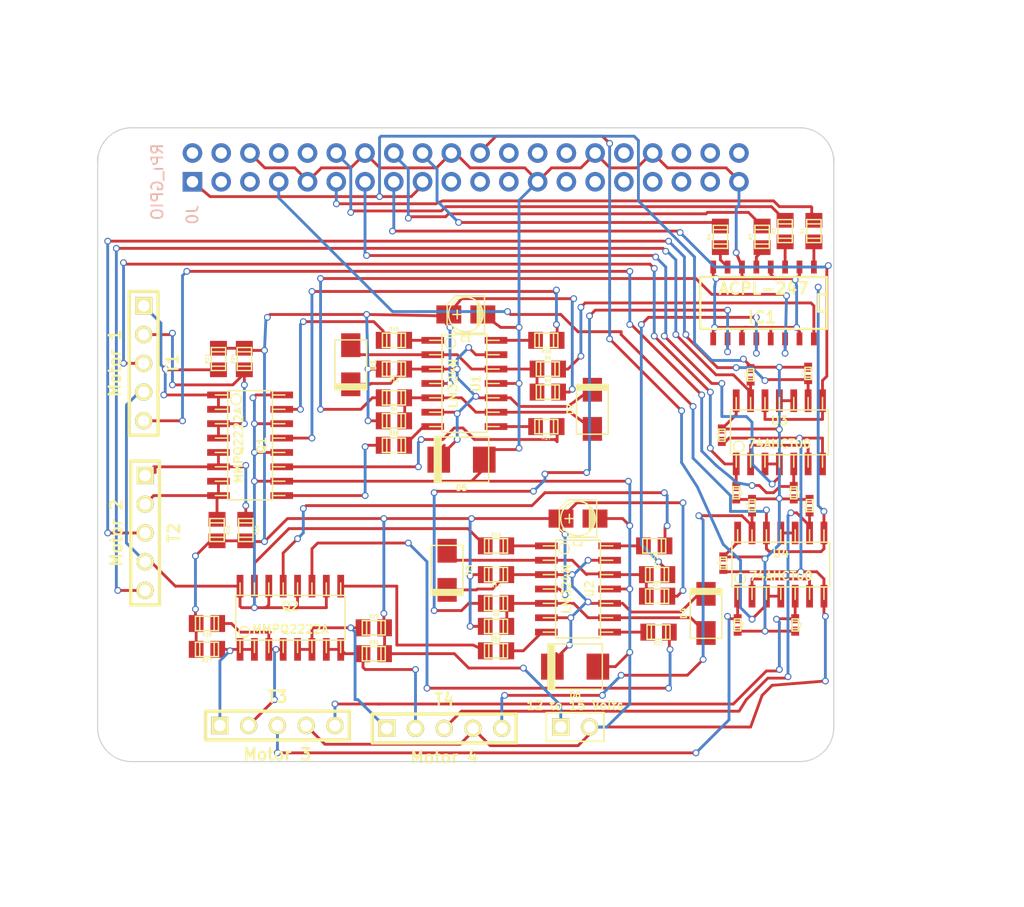
<source format=kicad_pcb>
(kicad_pcb (version 3) (host pcbnew "(2013-june-11)-stable")
  (title_block (company "Deepwoods Software"))
  (layers (15 F.Cu signal) (0 B.Cu signal) (18 B.Paste user) (19 F.Paste user) (20 B.SilkS user) (21 F.SilkS user) (22 B.Mask user) (23 F.Mask user) (28 Edge.Cuts user))
  (net 0 "")
  (net 1 +12V)
  (net 2 +3.3V)
  (net 3 GND)
  (net 4 "M Select 1")
  (net 5 "M Select 2")
  (net 6 "M Select 3")
  (net 7 "M Select 4")
  (net 8 "Motor 1A")
  (net 9 "Motor 1B")
  (net 10 "Motor 2A")
  (net 11 "Motor 2B")
  (net 12 "Motor 3A")
  (net 13 "Motor 3B")
  (net 14 "Motor 4A")
  (net 15 "Motor 4B")
  (net 16 N-0000049)
  (net 17 N-0000050)
  (net 18 N-0000051)
  (net 19 N-0000052)
  (net 20 N-0000053)
  (net 21 N-0000054)
  (net 22 N-0000055)
  (net 23 N-0000056)
  (net 24 N-0000058)
  (net 25 N-0000059)
  (net 26 N-0000060)
  (net 27 N-0000061)
  (net 28 N-0000062)
  (net 29 N-0000063)
  (net 30 N-0000064)
  (net 31 N-0000065)
  (net 32 N-0000066)
  (net 33 N-0000067)
  (net 34 N-0000068)
  (net 35 N-0000069)
  (net 36 N-0000070)
  (net 37 N-0000071)
  (net 38 N-0000072)
  (net 39 N-0000073)
  (net 40 N-0000074)
  (net 41 N-0000075)
  (net 42 N-0000076)
  (net 43 N-0000077)
  (net 44 N-0000078)
  (net 45 N-0000079)
  (net 46 N-0000080)
  (net 47 N-0000081)
  (net 48 N-0000082)
  (net 49 N-0000083)
  (net 50 "Point 1A")
  (net 51 "Point 1B")
  (net 52 "Point 2A")
  (net 53 "Point 2B")
  (net 54 "Point 3A")
  (net 55 "Point 3B")
  (net 56 "Point 4A")
  (net 57 "Point 4B")
  (net 58 "Point Sense 1")
  (net 59 "Point Sense 2")
  (net 60 "Point Sense 3")
  (net 61 "Point Sense 4")
  (module RPi_Hat:Pin_Header_Straight_2x20 (layer B.Cu) (at 70.601 35.394 90)
    (fp_text reference J0 (at -4.191 -24.13 90) (layer B.SilkS) (effects (justify mirror)))
    (fp_text value RPi_GPIO (at -1.27 -27.23 90) (layer B.SilkS) (effects (justify mirror)))
    (pad 1 thru_hole rect (at -1.27 -24.13 90) (size 1.7272 1.7272) (drill 1.016) (layers *.Cu *.Mask) (net 2 +3.3V))
    (pad 2 thru_hole oval (at 1.27 -24.13 90) (size 1.7272 1.7272) (drill 1.016) (layers *.Cu *.Mask))
    (pad 3 thru_hole oval (at -1.27 -21.59 90) (size 1.7272 1.7272) (drill 1.016) (layers *.Cu *.Mask))
    (pad 4 thru_hole oval (at 1.27 -21.59 90) (size 1.7272 1.7272) (drill 1.016) (layers *.Cu *.Mask))
    (pad 5 thru_hole oval (at -1.27 -19.05 90) (size 1.7272 1.7272) (drill 1.016) (layers *.Cu *.Mask))
    (pad 6 thru_hole oval (at 1.27 -19.05 90) (size 1.7272 1.7272) (drill 1.016) (layers *.Cu *.Mask) (net 3 GND))
    (pad 7 thru_hole oval (at -1.27 -16.51 90) (size 1.7272 1.7272) (drill 1.016) (layers *.Cu *.Mask) (net 61 "Point Sense 4"))
    (pad 8 thru_hole oval (at 1.27 -16.51 90) (size 1.7272 1.7272) (drill 1.016) (layers *.Cu *.Mask))
    (pad 9 thru_hole oval (at -1.27 -13.97 90) (size 1.7272 1.7272) (drill 1.016) (layers *.Cu *.Mask) (net 3 GND))
    (pad 10 thru_hole oval (at 1.27 -13.97 90) (size 1.7272 1.7272) (drill 1.016) (layers *.Cu *.Mask))
    (pad 11 thru_hole oval (at -1.27 -11.43 90) (size 1.7272 1.7272) (drill 1.016) (layers *.Cu *.Mask) (net 4 "M Select 1"))
    (pad 12 thru_hole oval (at 1.27 -11.43 90) (size 1.7272 1.7272) (drill 1.016) (layers *.Cu *.Mask) (net 5 "M Select 2"))
    (pad 13 thru_hole oval (at -1.27 -8.89 90) (size 1.7272 1.7272) (drill 1.016) (layers *.Cu *.Mask) (net 58 "Point Sense 1"))
    (pad 14 thru_hole oval (at 1.27 -8.89 90) (size 1.7272 1.7272) (drill 1.016) (layers *.Cu *.Mask) (net 3 GND))
    (pad 15 thru_hole oval (at -1.27 -6.35 90) (size 1.7272 1.7272) (drill 1.016) (layers *.Cu *.Mask) (net 59 "Point Sense 2"))
    (pad 16 thru_hole oval (at 1.27 -6.35 90) (size 1.7272 1.7272) (drill 1.016) (layers *.Cu *.Mask) (net 6 "M Select 3"))
    (pad 17 thru_hole oval (at -1.27 -3.81 90) (size 1.7272 1.7272) (drill 1.016) (layers *.Cu *.Mask) (net 2 +3.3V))
    (pad 18 thru_hole oval (at 1.27 -3.81 90) (size 1.7272 1.7272) (drill 1.016) (layers *.Cu *.Mask) (net 7 "M Select 4"))
    (pad 19 thru_hole oval (at -1.27 -1.27 90) (size 1.7272 1.7272) (drill 1.016) (layers *.Cu *.Mask))
    (pad 20 thru_hole oval (at 1.27 -1.27 90) (size 1.7272 1.7272) (drill 1.016) (layers *.Cu *.Mask) (net 3 GND))
    (pad 21 thru_hole oval (at -1.27 1.27 90) (size 1.7272 1.7272) (drill 1.016) (layers *.Cu *.Mask))
    (pad 22 thru_hole oval (at 1.27 1.27 90) (size 1.7272 1.7272) (drill 1.016) (layers *.Cu *.Mask) (net 60 "Point Sense 3"))
    (pad 23 thru_hole oval (at -1.27 3.81 90) (size 1.7272 1.7272) (drill 1.016) (layers *.Cu *.Mask))
    (pad 24 thru_hole oval (at 1.27 3.81 90) (size 1.7272 1.7272) (drill 1.016) (layers *.Cu *.Mask))
    (pad 25 thru_hole oval (at -1.27 6.35 90) (size 1.7272 1.7272) (drill 1.016) (layers *.Cu *.Mask) (net 3 GND))
    (pad 26 thru_hole oval (at 1.27 6.35 90) (size 1.7272 1.7272) (drill 1.016) (layers *.Cu *.Mask))
    (pad 27 thru_hole oval (at -1.27 8.89 90) (size 1.7272 1.7272) (drill 1.016) (layers *.Cu *.Mask))
    (pad 28 thru_hole oval (at 1.27 8.89 90) (size 1.7272 1.7272) (drill 1.016) (layers *.Cu *.Mask))
    (pad 29 thru_hole oval (at -1.27 11.43 90) (size 1.7272 1.7272) (drill 1.016) (layers *.Cu *.Mask))
    (pad 30 thru_hole oval (at 1.27 11.43 90) (size 1.7272 1.7272) (drill 1.016) (layers *.Cu *.Mask) (net 3 GND))
    (pad 31 thru_hole oval (at -1.27 13.97 90) (size 1.7272 1.7272) (drill 1.016) (layers *.Cu *.Mask))
    (pad 32 thru_hole oval (at 1.27 13.97 90) (size 1.7272 1.7272) (drill 1.016) (layers *.Cu *.Mask))
    (pad 33 thru_hole oval (at -1.27 16.51 90) (size 1.7272 1.7272) (drill 1.016) (layers *.Cu *.Mask))
    (pad 34 thru_hole oval (at 1.27 16.51 90) (size 1.7272 1.7272) (drill 1.016) (layers *.Cu *.Mask) (net 3 GND))
    (pad 35 thru_hole oval (at -1.27 19.05 90) (size 1.7272 1.7272) (drill 1.016) (layers *.Cu *.Mask))
    (pad 36 thru_hole oval (at 1.27 19.05 90) (size 1.7272 1.7272) (drill 1.016) (layers *.Cu *.Mask))
    (pad 37 thru_hole oval (at -1.27 21.59 90) (size 1.7272 1.7272) (drill 1.016) (layers *.Cu *.Mask))
    (pad 38 thru_hole oval (at 1.27 21.59 90) (size 1.7272 1.7272) (drill 1.016) (layers *.Cu *.Mask))
    (pad 39 thru_hole oval (at -1.27 24.13 90) (size 1.7272 1.7272) (drill 1.016) (layers *.Cu *.Mask) (net 3 GND))
    (pad 40 thru_hole oval (at 1.27 24.13 90) (size 1.7272 1.7272) (drill 1.016) (layers *.Cu *.Mask))
  )
  (module RPi_Hat:RPi_Hat_Mounting_Hole (layer B.Cu) (at 99.601 35.394)
    (fp_text reference H2 hide)
    (fp_text value "" hide)
    (pad "" np_thru_hole circle (at 0 0) (size 2.75 2.75) (drill 2.75) (layers *.Cu *.Mask) (clearance 1.725))
  )
  (module RPi_Hat:RPi_Hat_Mounting_Hole (layer B.Cu) (at 99.601 84.394)
    (fp_text reference H4 hide)
    (fp_text value "" hide)
    (pad "" np_thru_hole circle (at 0 0) (size 2.75 2.75) (drill 2.75) (layers *.Cu *.Mask) (clearance 1.725))
  )
  (module RPi_Hat:RPi_Hat_Mounting_Hole (layer B.Cu) (at 41.601 84.394)
    (fp_text reference H3 hide)
    (fp_text value "" hide)
    (pad "" np_thru_hole circle (at 0 0) (size 2.75 2.75) (drill 2.75) (layers *.Cu *.Mask) (clearance 1.725))
  )
  (module RPi_Hat:RPi_Hat_Mounting_Hole (layer B.Cu) (at 41.601 35.394)
    (fp_text reference H1 hide)
    (fp_text value "" hide)
    (pad "" np_thru_hole circle (at 0 0) (size 2.75 2.75) (drill 2.75) (layers *.Cu *.Mask) (clearance 1.725))
  )
  (module SO16N (layer F.Cu) (at 96.901 47.371 180)
    (fp_text reference IC1 (at 0.127 -1.27 180) (layer F.SilkS) (effects (font (size 1.016 1.016) (thickness 0.2032))))
    (fp_text value ACPL-247 (at 0 1.27 180) (layer F.SilkS) (effects (font (size 1.016 1.016) (thickness 0.2032))))
    (pad 16 smd rect (at -4.445 -3.175 180) (size 0.508 1.143) (layers F.Cu F.Paste F.Mask) (net 35 N-0000069))
    (pad 14 smd rect (at -1.905 -3.175 180) (size 0.508 1.143) (layers F.Cu F.Paste F.Mask) (net 34 N-0000068))
    (pad 13 smd rect (at -0.635 -3.175 180) (size 0.508 1.143) (layers F.Cu F.Paste F.Mask) (net 3 GND))
    (pad 12 smd rect (at 0.635 -3.175 180) (size 0.508 1.143) (layers F.Cu F.Paste F.Mask) (net 33 N-0000067))
    (pad 11 smd rect (at 1.905 -3.175 180) (size 0.508 1.143) (layers F.Cu F.Paste F.Mask) (net 3 GND))
    (pad 10 smd rect (at 3.175 -3.175 180) (size 0.508 1.143) (layers F.Cu F.Paste F.Mask) (net 32 N-0000066))
    (pad 9 smd rect (at 4.445 -3.175 180) (size 0.508 1.143) (layers F.Cu F.Paste F.Mask) (net 3 GND))
    (pad 8 smd rect (at 4.445 3.175 180) (size 0.508 1.143) (layers F.Cu F.Paste F.Mask) (net 3 GND))
    (pad 7 smd rect (at 3.175 3.175 180) (size 0.508 1.143) (layers F.Cu F.Paste F.Mask) (net 38 N-0000072))
    (pad 6 smd rect (at 1.905 3.175 180) (size 0.508 1.143) (layers F.Cu F.Paste F.Mask) (net 3 GND))
    (pad 5 smd rect (at 0.635 3.175 180) (size 0.508 1.143) (layers F.Cu F.Paste F.Mask) (net 39 N-0000073))
    (pad 4 smd rect (at -0.635 3.175 180) (size 0.508 1.143) (layers F.Cu F.Paste F.Mask) (net 3 GND))
    (pad 3 smd rect (at -1.905 3.175 180) (size 0.508 1.143) (layers F.Cu F.Paste F.Mask) (net 36 N-0000070))
    (pad 2 smd rect (at -3.175 3.175 180) (size 0.508 1.143) (layers F.Cu F.Paste F.Mask) (net 3 GND))
    (pad 1 smd rect (at -4.445 3.175 180) (size 0.508 1.143) (layers F.Cu F.Paste F.Mask) (net 37 N-0000071))
    (pad 15 smd rect (at -3.175 -3.175 180) (size 0.508 1.143) (layers F.Cu F.Paste F.Mask) (net 3 GND))
  )
  (module so-16 (layer F.Cu) (at 51.562 59.944 270)
    (fp_text reference Q1 (at 0 -1.016 270) (layer F.SilkS) (effects (font (size 0.7493 0.7493) (thickness 0.14986))))
    (fp_text value MMPQ2222A (at 0 1.016 270) (layer F.SilkS) (effects (font (size 0.7493 0.7493) (thickness 0.14986))))
    (pad 1 smd rect (at -4.445 2.794 270) (size 0.59944 1.99898) (layers F.Cu F.Paste F.Mask) (net 8 "Motor 1A"))
    (pad 2 smd rect (at -3.175 2.794 270) (size 0.59944 1.99898) (layers F.Cu F.Paste F.Mask) (net 8 "Motor 1A"))
    (pad 3 smd rect (at -1.905 2.794 270) (size 0.59944 1.99898) (layers F.Cu F.Paste F.Mask) (net 9 "Motor 1B"))
    (pad 4 smd rect (at -0.635 2.794 270) (size 0.59944 1.99898) (layers F.Cu F.Paste F.Mask) (net 9 "Motor 1B"))
    (pad 5 smd rect (at 0.635 2.794 270) (size 0.59944 1.99898) (layers F.Cu F.Paste F.Mask) (net 10 "Motor 2A"))
    (pad 6 smd rect (at 1.905 2.794 270) (size 0.59944 1.99898) (layers F.Cu F.Paste F.Mask) (net 10 "Motor 2A"))
    (pad 7 smd rect (at 3.175 2.794 270) (size 0.59944 1.99898) (layers F.Cu F.Paste F.Mask) (net 11 "Motor 2B"))
    (pad 8 smd rect (at 4.445 2.794 270) (size 0.59944 1.99898) (layers F.Cu F.Paste F.Mask) (net 11 "Motor 2B"))
    (pad 9 smd rect (at 4.445 -2.794 270) (size 0.59944 1.99898) (layers F.Cu F.Paste F.Mask) (net 18 N-0000051))
    (pad 10 smd rect (at 3.175 -2.794 270) (size 0.59944 1.99898) (layers F.Cu F.Paste F.Mask) (net 3 GND))
    (pad 11 smd rect (at 1.905 -2.794 270) (size 0.59944 1.99898) (layers F.Cu F.Paste F.Mask) (net 19 N-0000052))
    (pad 12 smd rect (at 0.635 -2.794 270) (size 0.59944 1.99898) (layers F.Cu F.Paste F.Mask) (net 3 GND))
    (pad 13 smd rect (at -0.635 -2.794 270) (size 0.59944 1.99898) (layers F.Cu F.Paste F.Mask) (net 20 N-0000053))
    (pad 14 smd rect (at -1.905 -2.794 270) (size 0.59944 1.99898) (layers F.Cu F.Paste F.Mask) (net 3 GND))
    (pad 15 smd rect (at -3.175 -2.794 270) (size 0.59944 1.99898) (layers F.Cu F.Paste F.Mask) (net 24 N-0000058))
    (pad 16 smd rect (at -4.445 -2.794 270) (size 0.59944 1.99898) (layers F.Cu F.Paste F.Mask) (net 3 GND))
  )
  (module so-16 (layer F.Cu) (at 55.118 75.184)
    (fp_text reference Q2 (at 0 -1.016) (layer F.SilkS) (effects (font (size 0.7493 0.7493) (thickness 0.14986))))
    (fp_text value MMPQ2222A (at 0 1.016) (layer F.SilkS) (effects (font (size 0.7493 0.7493) (thickness 0.14986))))
    (pad 1 smd rect (at -4.445 2.794) (size 0.59944 1.99898) (layers F.Cu F.Paste F.Mask) (net 12 "Motor 3A"))
    (pad 2 smd rect (at -3.175 2.794) (size 0.59944 1.99898) (layers F.Cu F.Paste F.Mask) (net 12 "Motor 3A"))
    (pad 3 smd rect (at -1.905 2.794) (size 0.59944 1.99898) (layers F.Cu F.Paste F.Mask) (net 13 "Motor 3B"))
    (pad 4 smd rect (at -0.635 2.794) (size 0.59944 1.99898) (layers F.Cu F.Paste F.Mask) (net 13 "Motor 3B"))
    (pad 5 smd rect (at 0.635 2.794) (size 0.59944 1.99898) (layers F.Cu F.Paste F.Mask) (net 14 "Motor 4A"))
    (pad 6 smd rect (at 1.905 2.794) (size 0.59944 1.99898) (layers F.Cu F.Paste F.Mask) (net 14 "Motor 4A"))
    (pad 7 smd rect (at 3.175 2.794) (size 0.59944 1.99898) (layers F.Cu F.Paste F.Mask) (net 15 "Motor 4B"))
    (pad 8 smd rect (at 4.445 2.794) (size 0.59944 1.99898) (layers F.Cu F.Paste F.Mask) (net 15 "Motor 4B"))
    (pad 9 smd rect (at 4.445 -2.794) (size 0.59944 1.99898) (layers F.Cu F.Paste F.Mask) (net 21 N-0000054))
    (pad 10 smd rect (at 3.175 -2.794) (size 0.59944 1.99898) (layers F.Cu F.Paste F.Mask) (net 3 GND))
    (pad 11 smd rect (at 1.905 -2.794) (size 0.59944 1.99898) (layers F.Cu F.Paste F.Mask) (net 22 N-0000055))
    (pad 12 smd rect (at 0.635 -2.794) (size 0.59944 1.99898) (layers F.Cu F.Paste F.Mask) (net 3 GND))
    (pad 13 smd rect (at -0.635 -2.794) (size 0.59944 1.99898) (layers F.Cu F.Paste F.Mask) (net 16 N-0000049))
    (pad 14 smd rect (at -1.905 -2.794) (size 0.59944 1.99898) (layers F.Cu F.Paste F.Mask) (net 3 GND))
    (pad 15 smd rect (at -3.175 -2.794) (size 0.59944 1.99898) (layers F.Cu F.Paste F.Mask) (net 17 N-0000050))
    (pad 16 smd rect (at -4.445 -2.794) (size 0.59944 1.99898) (layers F.Cu F.Paste F.Mask) (net 3 GND))
  )
  (module so-14 (layer F.Cu) (at 80.518 72.644 270)
    (fp_text reference U2 (at 0 -1.016 270) (layer F.SilkS) (effects (font (size 0.7493 0.7493) (thickness 0.14986))))
    (fp_text value LM324N (at 0 1.016 270) (layer F.SilkS) (effects (font (size 0.7493 0.7493) (thickness 0.14986))))
    (pad 1 smd rect (at -3.81 2.794 270) (size 0.59944 1.99898) (layers F.Cu F.Paste F.Mask) (net 28 N-0000062))
    (pad 2 smd rect (at -2.54 2.794 270) (size 0.59944 1.99898) (layers F.Cu F.Paste F.Mask) (net 45 N-0000079))
    (pad 3 smd rect (at -1.27 2.794 270) (size 0.59944 1.99898) (layers F.Cu F.Paste F.Mask) (net 43 N-0000077))
    (pad 4 smd rect (at 0 2.794 270) (size 0.59944 1.99898) (layers F.Cu F.Paste F.Mask) (net 1 +12V))
    (pad 5 smd rect (at 1.27 2.794 270) (size 0.59944 1.99898) (layers F.Cu F.Paste F.Mask) (net 40 N-0000074))
    (pad 6 smd rect (at 2.54 2.794 270) (size 0.59944 1.99898) (layers F.Cu F.Paste F.Mask) (net 43 N-0000077))
    (pad 7 smd rect (at 3.81 2.794 270) (size 0.59944 1.99898) (layers F.Cu F.Paste F.Mask) (net 25 N-0000059))
    (pad 8 smd rect (at 3.81 -2.794 270) (size 0.59944 1.99898) (layers F.Cu F.Paste F.Mask) (net 26 N-0000060))
    (pad 9 smd rect (at 2.54 -2.794 270) (size 0.59944 1.99898) (layers F.Cu F.Paste F.Mask) (net 40 N-0000074))
    (pad 10 smd rect (at 1.27 -2.794 270) (size 0.59944 1.99898) (layers F.Cu F.Paste F.Mask) (net 43 N-0000077))
    (pad 11 smd rect (at 0 -2.794 270) (size 0.59944 1.99898) (layers F.Cu F.Paste F.Mask) (net 3 GND))
    (pad 12 smd rect (at -1.27 -2.794 270) (size 0.59944 1.99898) (layers F.Cu F.Paste F.Mask) (net 45 N-0000079))
    (pad 13 smd rect (at -2.54 -2.794 270) (size 0.59944 1.99898) (layers F.Cu F.Paste F.Mask) (net 43 N-0000077))
    (pad 14 smd rect (at -3.81 -2.794 270) (size 0.59944 1.99898) (layers F.Cu F.Paste F.Mask) (net 27 N-0000061))
  )
  (module so-14 (layer F.Cu) (at 70.485 54.483 270)
    (fp_text reference U1 (at 0 -1.016 270) (layer F.SilkS) (effects (font (size 0.7493 0.7493) (thickness 0.14986))))
    (fp_text value LM324N (at 0 1.016 270) (layer F.SilkS) (effects (font (size 0.7493 0.7493) (thickness 0.14986))))
    (pad 1 smd rect (at -3.81 2.794 270) (size 0.59944 1.99898) (layers F.Cu F.Paste F.Mask) (net 23 N-0000056))
    (pad 2 smd rect (at -2.54 2.794 270) (size 0.59944 1.99898) (layers F.Cu F.Paste F.Mask) (net 42 N-0000076))
    (pad 3 smd rect (at -1.27 2.794 270) (size 0.59944 1.99898) (layers F.Cu F.Paste F.Mask) (net 44 N-0000078))
    (pad 4 smd rect (at 0 2.794 270) (size 0.59944 1.99898) (layers F.Cu F.Paste F.Mask) (net 1 +12V))
    (pad 5 smd rect (at 1.27 2.794 270) (size 0.59944 1.99898) (layers F.Cu F.Paste F.Mask) (net 41 N-0000075))
    (pad 6 smd rect (at 2.54 2.794 270) (size 0.59944 1.99898) (layers F.Cu F.Paste F.Mask) (net 44 N-0000078))
    (pad 7 smd rect (at 3.81 2.794 270) (size 0.59944 1.99898) (layers F.Cu F.Paste F.Mask) (net 29 N-0000063))
    (pad 8 smd rect (at 3.81 -2.794 270) (size 0.59944 1.99898) (layers F.Cu F.Paste F.Mask) (net 30 N-0000064))
    (pad 9 smd rect (at 2.54 -2.794 270) (size 0.59944 1.99898) (layers F.Cu F.Paste F.Mask) (net 41 N-0000075))
    (pad 10 smd rect (at 1.27 -2.794 270) (size 0.59944 1.99898) (layers F.Cu F.Paste F.Mask) (net 44 N-0000078))
    (pad 11 smd rect (at 0 -2.794 270) (size 0.59944 1.99898) (layers F.Cu F.Paste F.Mask) (net 3 GND))
    (pad 12 smd rect (at -1.27 -2.794 270) (size 0.59944 1.99898) (layers F.Cu F.Paste F.Mask) (net 42 N-0000076))
    (pad 13 smd rect (at -2.54 -2.794 270) (size 0.59944 1.99898) (layers F.Cu F.Paste F.Mask) (net 44 N-0000078))
    (pad 14 smd rect (at -3.81 -2.794 270) (size 0.59944 1.99898) (layers F.Cu F.Paste F.Mask) (net 31 N-0000065))
  )
  (module ScrewTerm_2.54-5 (layer F.Cu) (at 68.707 84.963)
    (fp_text reference T4 (at 0 -2.54) (layer F.SilkS) (effects (font (size 1.016 1.016) (thickness 0.2032))))
    (fp_text value "Motor 4" (at 0 2.54) (layer F.SilkS) (effects (font (size 1.016 1.016) (thickness 0.2032))))
    (pad 1 thru_hole rect (at -5.08 0) (size 1.524 1.524) (drill 1.016) (layers *.Cu *.Mask F.SilkS) (net 14 "Motor 4A"))
    (pad 2 thru_hole circle (at -2.54 0) (size 1.524 1.524) (drill 1.016) (layers *.Cu *.Mask F.SilkS) (net 15 "Motor 4B"))
    (pad 3 thru_hole circle (at 0 0) (size 1.524 1.524) (drill 1.016) (layers *.Cu *.Mask F.SilkS) (net 56 "Point 4A"))
    (pad 4 thru_hole circle (at 2.54 0) (size 1.524 1.524) (drill 1.016) (layers *.Cu *.Mask F.SilkS) (net 3 GND))
    (pad 5 thru_hole circle (at 5.08 0) (size 1.524 1.524) (drill 1.016) (layers *.Cu *.Mask F.SilkS) (net 57 "Point 4B"))
  )
  (module ScrewTerm_2.54-5 (layer F.Cu) (at 53.975 84.709)
    (fp_text reference T3 (at 0 -2.54) (layer F.SilkS) (effects (font (size 1.016 1.016) (thickness 0.2032))))
    (fp_text value "Motor 3" (at 0 2.54) (layer F.SilkS) (effects (font (size 1.016 1.016) (thickness 0.2032))))
    (pad 1 thru_hole rect (at -5.08 0) (size 1.524 1.524) (drill 1.016) (layers *.Cu *.Mask F.SilkS) (net 12 "Motor 3A"))
    (pad 2 thru_hole circle (at -2.54 0) (size 1.524 1.524) (drill 1.016) (layers *.Cu *.Mask F.SilkS) (net 13 "Motor 3B"))
    (pad 3 thru_hole circle (at 0 0) (size 1.524 1.524) (drill 1.016) (layers *.Cu *.Mask F.SilkS) (net 54 "Point 3A"))
    (pad 4 thru_hole circle (at 2.54 0) (size 1.524 1.524) (drill 1.016) (layers *.Cu *.Mask F.SilkS) (net 3 GND))
    (pad 5 thru_hole circle (at 5.08 0) (size 1.524 1.524) (drill 1.016) (layers *.Cu *.Mask F.SilkS) (net 55 "Point 3B"))
  )
  (module ScrewTerm_2.54-5 (layer F.Cu) (at 42.291 67.691 270)
    (fp_text reference T2 (at 0 -2.54 270) (layer F.SilkS) (effects (font (size 1.016 1.016) (thickness 0.2032))))
    (fp_text value "Motor 2" (at 0 2.54 270) (layer F.SilkS) (effects (font (size 1.016 1.016) (thickness 0.2032))))
    (pad 1 thru_hole rect (at -5.08 0 270) (size 1.524 1.524) (drill 1.016) (layers *.Cu *.Mask F.SilkS) (net 10 "Motor 2A"))
    (pad 2 thru_hole circle (at -2.54 0 270) (size 1.524 1.524) (drill 1.016) (layers *.Cu *.Mask F.SilkS) (net 11 "Motor 2B"))
    (pad 3 thru_hole circle (at 0 0 270) (size 1.524 1.524) (drill 1.016) (layers *.Cu *.Mask F.SilkS) (net 52 "Point 2A"))
    (pad 4 thru_hole circle (at 2.54 0 270) (size 1.524 1.524) (drill 1.016) (layers *.Cu *.Mask F.SilkS) (net 3 GND))
    (pad 5 thru_hole circle (at 5.08 0 270) (size 1.524 1.524) (drill 1.016) (layers *.Cu *.Mask F.SilkS) (net 53 "Point 2B"))
  )
  (module ScrewTerm_2.54-5 (layer F.Cu) (at 42.164 52.705 270)
    (fp_text reference T1 (at 0 -2.54 270) (layer F.SilkS) (effects (font (size 1.016 1.016) (thickness 0.2032))))
    (fp_text value "Motor 1" (at 0 2.54 270) (layer F.SilkS) (effects (font (size 1.016 1.016) (thickness 0.2032))))
    (pad 1 thru_hole rect (at -5.08 0 270) (size 1.524 1.524) (drill 1.016) (layers *.Cu *.Mask F.SilkS) (net 8 "Motor 1A"))
    (pad 2 thru_hole circle (at -2.54 0 270) (size 1.524 1.524) (drill 1.016) (layers *.Cu *.Mask F.SilkS) (net 9 "Motor 1B"))
    (pad 3 thru_hole circle (at 0 0 270) (size 1.524 1.524) (drill 1.016) (layers *.Cu *.Mask F.SilkS) (net 50 "Point 1A"))
    (pad 4 thru_hole circle (at 2.54 0 270) (size 1.524 1.524) (drill 1.016) (layers *.Cu *.Mask F.SilkS) (net 3 GND))
    (pad 5 thru_hole circle (at 5.08 0 270) (size 1.524 1.524) (drill 1.016) (layers *.Cu *.Mask F.SilkS) (net 51 "Point 1B"))
  )
  (module ScrewTerm2.54-2 (layer F.Cu) (at 80.264 84.836)
    (fp_text reference T5 hide)
    (fp_text value "12 to 15 Volts" (at 0 -1.905) (layer F.SilkS) (effects (font (size 0.762 0.762) (thickness 0.1524))))
    (pad 1 thru_hole rect (at -1.27 0 90) (size 1.524 1.524) (drill 1.016) (layers *.Cu *.Mask F.SilkS) (net 1 +12V))
    (pad 2 thru_hole circle (at 1.27 0 90) (size 1.524 1.524) (drill 1.016) (layers *.Cu *.Mask F.SilkS) (net 3 GND))
  )
  (module r_0805 (layer F.Cu) (at 64.262 50.673)
    (fp_text reference R15 (at 0 -0.9906) (layer F.SilkS) (effects (font (size 0.29972 0.29972) (thickness 0.06096))))
    (fp_text value 1K hide)
    (pad 1 smd rect (at 0.9525 0) (size 1.30048 1.4986) (layers F.Cu F.Paste F.Mask) (net 23 N-0000056))
    (pad 2 smd rect (at -0.9525 0) (size 1.30048 1.4986) (layers F.Cu F.Paste F.Mask) (net 24 N-0000058))
  )
  (module r_0805 (layer F.Cu) (at 77.724 50.673 180)
    (fp_text reference R16 (at 0 -0.9906 180) (layer F.SilkS) (effects (font (size 0.29972 0.29972) (thickness 0.06096))))
    (fp_text value 1K hide)
    (pad 1 smd rect (at 0.9525 0 180) (size 1.30048 1.4986) (layers F.Cu F.Paste F.Mask) (net 31 N-0000065))
    (pad 2 smd rect (at -0.9525 0 180) (size 1.30048 1.4986) (layers F.Cu F.Paste F.Mask) (net 20 N-0000053))
  )
  (module r_0805 (layer F.Cu) (at 77.724 58.293 180)
    (fp_text reference R17 (at 0 -0.9906 180) (layer F.SilkS) (effects (font (size 0.29972 0.29972) (thickness 0.06096))))
    (fp_text value 1K hide)
    (pad 1 smd rect (at 0.9525 0 180) (size 1.30048 1.4986) (layers F.Cu F.Paste F.Mask) (net 30 N-0000064))
    (pad 2 smd rect (at -0.9525 0 180) (size 1.30048 1.4986) (layers F.Cu F.Paste F.Mask) (net 19 N-0000052))
  )
  (module r_0805 (layer F.Cu) (at 64.262 59.944)
    (fp_text reference R18 (at 0 -0.9906) (layer F.SilkS) (effects (font (size 0.29972 0.29972) (thickness 0.06096))))
    (fp_text value 1K hide)
    (pad 1 smd rect (at 0.9525 0) (size 1.30048 1.4986) (layers F.Cu F.Paste F.Mask) (net 29 N-0000063))
    (pad 2 smd rect (at -0.9525 0) (size 1.30048 1.4986) (layers F.Cu F.Paste F.Mask) (net 18 N-0000051))
  )
  (module r_0805 (layer F.Cu) (at 73.279 68.834)
    (fp_text reference R19 (at 0 -0.9906) (layer F.SilkS) (effects (font (size 0.29972 0.29972) (thickness 0.06096))))
    (fp_text value 1K hide)
    (pad 1 smd rect (at 0.9525 0) (size 1.30048 1.4986) (layers F.Cu F.Paste F.Mask) (net 28 N-0000062))
    (pad 2 smd rect (at -0.9525 0) (size 1.30048 1.4986) (layers F.Cu F.Paste F.Mask) (net 17 N-0000050))
  )
  (module r_0805 (layer F.Cu) (at 87.249 68.834 180)
    (fp_text reference R20 (at 0 -0.9906 180) (layer F.SilkS) (effects (font (size 0.29972 0.29972) (thickness 0.06096))))
    (fp_text value 1K hide)
    (pad 1 smd rect (at 0.9525 0 180) (size 1.30048 1.4986) (layers F.Cu F.Paste F.Mask) (net 27 N-0000061))
    (pad 2 smd rect (at -0.9525 0 180) (size 1.30048 1.4986) (layers F.Cu F.Paste F.Mask) (net 16 N-0000049))
  )
  (module r_0805 (layer F.Cu) (at 87.63 76.454 180)
    (fp_text reference R21 (at 0 -0.9906 180) (layer F.SilkS) (effects (font (size 0.29972 0.29972) (thickness 0.06096))))
    (fp_text value 1K hide)
    (pad 1 smd rect (at 0.9525 0 180) (size 1.30048 1.4986) (layers F.Cu F.Paste F.Mask) (net 26 N-0000060))
    (pad 2 smd rect (at -0.9525 0 180) (size 1.30048 1.4986) (layers F.Cu F.Paste F.Mask) (net 22 N-0000055))
  )
  (module r_0805 (layer F.Cu) (at 73.279 78.105)
    (fp_text reference R22 (at 0 -0.9906) (layer F.SilkS) (effects (font (size 0.29972 0.29972) (thickness 0.06096))))
    (fp_text value 1K hide)
    (pad 1 smd rect (at 0.9525 0) (size 1.30048 1.4986) (layers F.Cu F.Paste F.Mask) (net 25 N-0000059))
    (pad 2 smd rect (at -0.9525 0) (size 1.30048 1.4986) (layers F.Cu F.Paste F.Mask) (net 21 N-0000054))
  )
  (module r_0805 (layer F.Cu) (at 48.768 52.324 90)
    (fp_text reference R23 (at 0 -0.9906 90) (layer F.SilkS) (effects (font (size 0.29972 0.29972) (thickness 0.06096))))
    (fp_text value 470 hide)
    (pad 1 smd rect (at 0.9525 0 90) (size 1.30048 1.4986) (layers F.Cu F.Paste F.Mask) (net 1 +12V))
    (pad 2 smd rect (at -0.9525 0 90) (size 1.30048 1.4986) (layers F.Cu F.Paste F.Mask) (net 8 "Motor 1A"))
  )
  (module r_0805 (layer F.Cu) (at 51.054 52.324 90)
    (fp_text reference R24 (at 0 -0.9906 90) (layer F.SilkS) (effects (font (size 0.29972 0.29972) (thickness 0.06096))))
    (fp_text value 470 hide)
    (pad 1 smd rect (at 0.9525 0 90) (size 1.30048 1.4986) (layers F.Cu F.Paste F.Mask) (net 1 +12V))
    (pad 2 smd rect (at -0.9525 0 90) (size 1.30048 1.4986) (layers F.Cu F.Paste F.Mask) (net 9 "Motor 1B"))
  )
  (module r_0805 (layer F.Cu) (at 51.181 67.437 270)
    (fp_text reference R25 (at 0 -0.9906 270) (layer F.SilkS) (effects (font (size 0.29972 0.29972) (thickness 0.06096))))
    (fp_text value 470 hide)
    (pad 1 smd rect (at 0.9525 0 270) (size 1.30048 1.4986) (layers F.Cu F.Paste F.Mask) (net 1 +12V))
    (pad 2 smd rect (at -0.9525 0 270) (size 1.30048 1.4986) (layers F.Cu F.Paste F.Mask) (net 10 "Motor 2A"))
  )
  (module r_0805 (layer F.Cu) (at 48.641 67.437 270)
    (fp_text reference R26 (at 0 -0.9906 270) (layer F.SilkS) (effects (font (size 0.29972 0.29972) (thickness 0.06096))))
    (fp_text value 470 hide)
    (pad 1 smd rect (at 0.9525 0 270) (size 1.30048 1.4986) (layers F.Cu F.Paste F.Mask) (net 1 +12V))
    (pad 2 smd rect (at -0.9525 0 270) (size 1.30048 1.4986) (layers F.Cu F.Paste F.Mask) (net 11 "Motor 2B"))
  )
  (module r_0805 (layer F.Cu) (at 47.752 77.978 180)
    (fp_text reference R27 (at 0 -0.9906 180) (layer F.SilkS) (effects (font (size 0.29972 0.29972) (thickness 0.06096))))
    (fp_text value 470 hide)
    (pad 1 smd rect (at 0.9525 0 180) (size 1.30048 1.4986) (layers F.Cu F.Paste F.Mask) (net 1 +12V))
    (pad 2 smd rect (at -0.9525 0 180) (size 1.30048 1.4986) (layers F.Cu F.Paste F.Mask) (net 12 "Motor 3A"))
  )
  (module r_0805 (layer F.Cu) (at 47.752 75.692 180)
    (fp_text reference R28 (at 0 -0.9906 180) (layer F.SilkS) (effects (font (size 0.29972 0.29972) (thickness 0.06096))))
    (fp_text value 470 hide)
    (pad 1 smd rect (at 0.9525 0 180) (size 1.30048 1.4986) (layers F.Cu F.Paste F.Mask) (net 1 +12V))
    (pad 2 smd rect (at -0.9525 0 180) (size 1.30048 1.4986) (layers F.Cu F.Paste F.Mask) (net 13 "Motor 3B"))
  )
  (module r_0805 (layer F.Cu) (at 62.484 76.073)
    (fp_text reference R29 (at 0 -0.9906) (layer F.SilkS) (effects (font (size 0.29972 0.29972) (thickness 0.06096))))
    (fp_text value 470 hide)
    (pad 1 smd rect (at 0.9525 0) (size 1.30048 1.4986) (layers F.Cu F.Paste F.Mask) (net 1 +12V))
    (pad 2 smd rect (at -0.9525 0) (size 1.30048 1.4986) (layers F.Cu F.Paste F.Mask) (net 14 "Motor 4A"))
  )
  (module r_0805 (layer F.Cu) (at 62.484 78.359)
    (fp_text reference R30 (at 0 -0.9906) (layer F.SilkS) (effects (font (size 0.29972 0.29972) (thickness 0.06096))))
    (fp_text value 470 hide)
    (pad 1 smd rect (at 0.9525 0) (size 1.30048 1.4986) (layers F.Cu F.Paste F.Mask) (net 1 +12V))
    (pad 2 smd rect (at -0.9525 0) (size 1.30048 1.4986) (layers F.Cu F.Paste F.Mask) (net 15 "Motor 4B"))
  )
  (module r_0805 (layer F.Cu) (at 77.851 53.213)
    (fp_text reference R5 (at 0 -0.9906) (layer F.SilkS) (effects (font (size 0.29972 0.29972) (thickness 0.06096))))
    (fp_text value 100 hide)
    (pad 1 smd rect (at 0.9525 0) (size 1.30048 1.4986) (layers F.Cu F.Paste F.Mask) (net 35 N-0000069))
    (pad 2 smd rect (at -0.9525 0) (size 1.30048 1.4986) (layers F.Cu F.Paste F.Mask) (net 42 N-0000076))
  )
  (module r_0805 (layer F.Cu) (at 64.262 55.753 180)
    (fp_text reference R6 (at 0 -0.9906 180) (layer F.SilkS) (effects (font (size 0.29972 0.29972) (thickness 0.06096))))
    (fp_text value 100 hide)
    (pad 1 smd rect (at 0.9525 0 180) (size 1.30048 1.4986) (layers F.Cu F.Paste F.Mask) (net 34 N-0000068))
    (pad 2 smd rect (at -0.9525 0 180) (size 1.30048 1.4986) (layers F.Cu F.Paste F.Mask) (net 41 N-0000075))
  )
  (module r_0805 (layer F.Cu) (at 87.503 71.374)
    (fp_text reference R7 (at 0 -0.9906) (layer F.SilkS) (effects (font (size 0.29972 0.29972) (thickness 0.06096))))
    (fp_text value 100 hide)
    (pad 1 smd rect (at 0.9525 0) (size 1.30048 1.4986) (layers F.Cu F.Paste F.Mask) (net 33 N-0000067))
    (pad 2 smd rect (at -0.9525 0) (size 1.30048 1.4986) (layers F.Cu F.Paste F.Mask) (net 45 N-0000079))
  )
  (module r_0805 (layer F.Cu) (at 73.279 73.914 180)
    (fp_text reference R8 (at 0 -0.9906 180) (layer F.SilkS) (effects (font (size 0.29972 0.29972) (thickness 0.06096))))
    (fp_text value 100 hide)
    (pad 1 smd rect (at 0.9525 0 180) (size 1.30048 1.4986) (layers F.Cu F.Paste F.Mask) (net 32 N-0000066))
    (pad 2 smd rect (at -0.9525 0 180) (size 1.30048 1.4986) (layers F.Cu F.Paste F.Mask) (net 40 N-0000074))
  )
  (module r_0805 (layer F.Cu) (at 77.851 55.245)
    (fp_text reference R9 (at 0 -0.9906) (layer F.SilkS) (effects (font (size 0.29972 0.29972) (thickness 0.06096))))
    (fp_text value 1K hide)
    (pad 1 smd rect (at 0.9525 0) (size 1.30048 1.4986) (layers F.Cu F.Paste F.Mask) (net 1 +12V))
    (pad 2 smd rect (at -0.9525 0) (size 1.30048 1.4986) (layers F.Cu F.Paste F.Mask) (net 42 N-0000076))
  )
  (module r_0805 (layer F.Cu) (at 64.262 57.785 180)
    (fp_text reference R10 (at 0 -0.9906 180) (layer F.SilkS) (effects (font (size 0.29972 0.29972) (thickness 0.06096))))
    (fp_text value 1K hide)
    (pad 1 smd rect (at 0.9525 0 180) (size 1.30048 1.4986) (layers F.Cu F.Paste F.Mask) (net 1 +12V))
    (pad 2 smd rect (at -0.9525 0 180) (size 1.30048 1.4986) (layers F.Cu F.Paste F.Mask) (net 41 N-0000075))
  )
  (module r_0805 (layer F.Cu) (at 87.503 73.279)
    (fp_text reference R11 (at 0 -0.9906) (layer F.SilkS) (effects (font (size 0.29972 0.29972) (thickness 0.06096))))
    (fp_text value 1K hide)
    (pad 1 smd rect (at 0.9525 0) (size 1.30048 1.4986) (layers F.Cu F.Paste F.Mask) (net 1 +12V))
    (pad 2 smd rect (at -0.9525 0) (size 1.30048 1.4986) (layers F.Cu F.Paste F.Mask) (net 45 N-0000079))
  )
  (module r_0805 (layer F.Cu) (at 73.279 75.946 180)
    (fp_text reference R12 (at 0 -0.9906 180) (layer F.SilkS) (effects (font (size 0.29972 0.29972) (thickness 0.06096))))
    (fp_text value 1K hide)
    (pad 1 smd rect (at 0.9525 0 180) (size 1.30048 1.4986) (layers F.Cu F.Paste F.Mask) (net 1 +12V))
    (pad 2 smd rect (at -0.9525 0 180) (size 1.30048 1.4986) (layers F.Cu F.Paste F.Mask) (net 40 N-0000074))
  )
  (module r_0805 (layer F.Cu) (at 64.262 53.213 180)
    (fp_text reference R13 (at 0 -0.9906 180) (layer F.SilkS) (effects (font (size 0.29972 0.29972) (thickness 0.06096))))
    (fp_text value 1K hide)
    (pad 1 smd rect (at 0.9525 0 180) (size 1.30048 1.4986) (layers F.Cu F.Paste F.Mask) (net 1 +12V))
    (pad 2 smd rect (at -0.9525 0 180) (size 1.30048 1.4986) (layers F.Cu F.Paste F.Mask) (net 44 N-0000078))
  )
  (module r_0805 (layer F.Cu) (at 73.279 71.374 180)
    (fp_text reference R14 (at 0 -0.9906 180) (layer F.SilkS) (effects (font (size 0.29972 0.29972) (thickness 0.06096))))
    (fp_text value 1K hide)
    (pad 1 smd rect (at 0.9525 0 180) (size 1.30048 1.4986) (layers F.Cu F.Paste F.Mask) (net 1 +12V))
    (pad 2 smd rect (at -0.9525 0 180) (size 1.30048 1.4986) (layers F.Cu F.Paste F.Mask) (net 43 N-0000077))
  )
  (module do214ac (layer F.Cu) (at 60.452 52.832 270)
    (fp_text reference D1 (at 0 -1.9685 270) (layer F.SilkS) (effects (font (size 0.50038 0.50038) (thickness 0.11938))))
    (fp_text value 1N4002 hide)
    (pad 2 smd rect (at 1.72974 0 270) (size 2.10058 1.69926) (layers F.Cu F.Paste F.Mask) (net 44 N-0000078))
    (pad 1 smd rect (at -1.72974 0 270) (size 2.10058 1.69926) (layers F.Cu F.Paste F.Mask) (net 42 N-0000076))
  )
  (module do214ac (layer F.Cu) (at 81.788 56.769 90)
    (fp_text reference D2 (at 0 -1.9685 90) (layer F.SilkS) (effects (font (size 0.50038 0.50038) (thickness 0.11938))))
    (fp_text value 1N4002 hide)
    (pad 2 smd rect (at 1.72974 0 90) (size 2.10058 1.69926) (layers F.Cu F.Paste F.Mask) (net 44 N-0000078))
    (pad 1 smd rect (at -1.72974 0 90) (size 2.10058 1.69926) (layers F.Cu F.Paste F.Mask) (net 41 N-0000075))
  )
  (module do214ac (layer F.Cu) (at 68.961 70.993 270)
    (fp_text reference D3 (at 0 -1.9685 270) (layer F.SilkS) (effects (font (size 0.50038 0.50038) (thickness 0.11938))))
    (fp_text value 1N4002 hide)
    (pad 2 smd rect (at 1.72974 0 270) (size 2.10058 1.69926) (layers F.Cu F.Paste F.Mask) (net 43 N-0000077))
    (pad 1 smd rect (at -1.72974 0 270) (size 2.10058 1.69926) (layers F.Cu F.Paste F.Mask) (net 45 N-0000079))
  )
  (module do214ac (layer F.Cu) (at 91.821 74.803 90)
    (fp_text reference D4 (at 0 -1.9685 90) (layer F.SilkS) (effects (font (size 0.50038 0.50038) (thickness 0.11938))))
    (fp_text value 1N4002 hide)
    (pad 2 smd rect (at 1.72974 0 90) (size 2.10058 1.69926) (layers F.Cu F.Paste F.Mask) (net 43 N-0000077))
    (pad 1 smd rect (at -1.72974 0 90) (size 2.10058 1.69926) (layers F.Cu F.Paste F.Mask) (net 40 N-0000074))
  )
  (module do214aa (layer F.Cu) (at 70.231 61.214 180)
    (fp_text reference D5 (at 0 -2.49936 180) (layer F.SilkS) (effects (font (size 0.50038 0.50038) (thickness 0.11938))))
    (fp_text value 1N5229B hide)
    (pad 2 smd rect (at 2.00914 0 180) (size 1.99898 2.30124) (layers F.Cu F.Paste F.Mask) (net 44 N-0000078))
    (pad 1 smd rect (at -2.00914 0 180) (size 1.99898 2.30124) (layers F.Cu F.Paste F.Mask) (net 3 GND))
  )
  (module do214aa (layer F.Cu) (at 80.264 79.502 180)
    (fp_text reference D6 (at 0 -2.49936 180) (layer F.SilkS) (effects (font (size 0.50038 0.50038) (thickness 0.11938))))
    (fp_text value 1N5229B hide)
    (pad 2 smd rect (at 2.00914 0 180) (size 1.99898 2.30124) (layers F.Cu F.Paste F.Mask) (net 43 N-0000077))
    (pad 1 smd rect (at -2.00914 0 180) (size 1.99898 2.30124) (layers F.Cu F.Paste F.Mask) (net 3 GND))
  )
  (module c_elec_3x5.3 (layer F.Cu) (at 70.612 48.387 180)
    (fp_text reference C1 (at 0 -2.159 180) (layer F.SilkS) (effects (font (size 0.50038 0.50038) (thickness 0.11938))))
    (fp_text value "1 uf 35V" hide)
    (pad 1 smd rect (at 1.50114 0 180) (size 2.19964 1.6002) (layers F.Cu F.Paste F.Mask) (net 1 +12V))
    (pad 2 smd rect (at -1.50114 0 180) (size 2.19964 1.6002) (layers F.Cu F.Paste F.Mask) (net 3 GND))
  )
  (module c_elec_3x5.3 (layer F.Cu) (at 80.518 66.421 180)
    (fp_text reference C2 (at 0 -2.159 180) (layer F.SilkS) (effects (font (size 0.50038 0.50038) (thickness 0.11938))))
    (fp_text value "1 uf 35V" hide)
    (pad 1 smd rect (at 1.50114 0 180) (size 2.19964 1.6002) (layers F.Cu F.Paste F.Mask) (net 1 +12V))
    (pad 2 smd rect (at -1.50114 0 180) (size 2.19964 1.6002) (layers F.Cu F.Paste F.Mask) (net 3 GND))
  )
  (module so-14 (layer F.Cu) (at 98.298 58.801)
    (fp_text reference U3 (at 0 -1.016) (layer F.SilkS) (effects (font (size 0.7493 0.7493) (thickness 0.14986))))
    (fp_text value 74AHCT00 (at 0 1.016) (layer F.SilkS) (effects (font (size 0.7493 0.7493) (thickness 0.14986))))
    (pad 1 smd rect (at -3.81 2.794) (size 0.59944 1.99898) (layers F.Cu F.Paste F.Mask) (net 50 "Point 1A"))
    (pad 2 smd rect (at -2.54 2.794) (size 0.59944 1.99898) (layers F.Cu F.Paste F.Mask) (net 48 N-0000082))
    (pad 3 smd rect (at -1.27 2.794) (size 0.59944 1.99898) (layers F.Cu F.Paste F.Mask) (net 58 "Point Sense 1"))
    (pad 4 smd rect (at 0 2.794) (size 0.59944 1.99898) (layers F.Cu F.Paste F.Mask) (net 58 "Point Sense 1"))
    (pad 5 smd rect (at 1.27 2.794) (size 0.59944 1.99898) (layers F.Cu F.Paste F.Mask) (net 51 "Point 1B"))
    (pad 6 smd rect (at 2.54 2.794) (size 0.59944 1.99898) (layers F.Cu F.Paste F.Mask) (net 48 N-0000082))
    (pad 7 smd rect (at 3.81 2.794) (size 0.59944 1.99898) (layers F.Cu F.Paste F.Mask) (net 3 GND))
    (pad 8 smd rect (at 3.81 -2.794) (size 0.59944 1.99898) (layers F.Cu F.Paste F.Mask) (net 59 "Point Sense 2"))
    (pad 9 smd rect (at 2.54 -2.794) (size 0.59944 1.99898) (layers F.Cu F.Paste F.Mask) (net 52 "Point 2A"))
    (pad 10 smd rect (at 1.27 -2.794) (size 0.59944 1.99898) (layers F.Cu F.Paste F.Mask) (net 47 N-0000081))
    (pad 11 smd rect (at 0 -2.794) (size 0.59944 1.99898) (layers F.Cu F.Paste F.Mask) (net 47 N-0000081))
    (pad 12 smd rect (at -1.27 -2.794) (size 0.59944 1.99898) (layers F.Cu F.Paste F.Mask) (net 59 "Point Sense 2"))
    (pad 13 smd rect (at -2.54 -2.794) (size 0.59944 1.99898) (layers F.Cu F.Paste F.Mask) (net 53 "Point 2B"))
    (pad 14 smd rect (at -3.81 -2.794) (size 0.59944 1.99898) (layers F.Cu F.Paste F.Mask) (net 2 +3.3V))
  )
  (module so-14 (layer F.Cu) (at 98.425 70.485)
    (fp_text reference U4 (at 0 -1.016) (layer F.SilkS) (effects (font (size 0.7493 0.7493) (thickness 0.14986))))
    (fp_text value 74AHCT00 (at 0 1.016) (layer F.SilkS) (effects (font (size 0.7493 0.7493) (thickness 0.14986))))
    (pad 1 smd rect (at -3.81 2.794) (size 0.59944 1.99898) (layers F.Cu F.Paste F.Mask) (net 54 "Point 3A"))
    (pad 2 smd rect (at -2.54 2.794) (size 0.59944 1.99898) (layers F.Cu F.Paste F.Mask) (net 46 N-0000080))
    (pad 3 smd rect (at -1.27 2.794) (size 0.59944 1.99898) (layers F.Cu F.Paste F.Mask) (net 60 "Point Sense 3"))
    (pad 4 smd rect (at 0 2.794) (size 0.59944 1.99898) (layers F.Cu F.Paste F.Mask) (net 60 "Point Sense 3"))
    (pad 5 smd rect (at 1.27 2.794) (size 0.59944 1.99898) (layers F.Cu F.Paste F.Mask) (net 55 "Point 3B"))
    (pad 6 smd rect (at 2.54 2.794) (size 0.59944 1.99898) (layers F.Cu F.Paste F.Mask) (net 46 N-0000080))
    (pad 7 smd rect (at 3.81 2.794) (size 0.59944 1.99898) (layers F.Cu F.Paste F.Mask) (net 3 GND))
    (pad 8 smd rect (at 3.81 -2.794) (size 0.59944 1.99898) (layers F.Cu F.Paste F.Mask) (net 61 "Point Sense 4"))
    (pad 9 smd rect (at 2.54 -2.794) (size 0.59944 1.99898) (layers F.Cu F.Paste F.Mask) (net 56 "Point 4A"))
    (pad 10 smd rect (at 1.27 -2.794) (size 0.59944 1.99898) (layers F.Cu F.Paste F.Mask) (net 49 N-0000083))
    (pad 11 smd rect (at 0 -2.794) (size 0.59944 1.99898) (layers F.Cu F.Paste F.Mask) (net 49 N-0000083))
    (pad 12 smd rect (at -1.27 -2.794) (size 0.59944 1.99898) (layers F.Cu F.Paste F.Mask) (net 61 "Point Sense 4"))
    (pad 13 smd rect (at -2.54 -2.794) (size 0.59944 1.99898) (layers F.Cu F.Paste F.Mask) (net 57 "Point 4B"))
    (pad 14 smd rect (at -3.81 -2.794) (size 0.59944 1.99898) (layers F.Cu F.Paste F.Mask) (net 2 +3.3V))
  )
  (module r_0402 (layer F.Cu) (at 94.488 64.135 270)
    (fp_text reference R31 (at 0 -0.4826 270) (layer F.SilkS) (effects (font (size 0.1524 0.1524) (thickness 0.03048))))
    (fp_text value 10K hide)
    (pad 1 smd rect (at 0.54864 0 270) (size 0.8001 0.6985) (layers F.Cu F.Paste F.Mask) (net 2 +3.3V))
    (pad 2 smd rect (at -0.54864 0 270) (size 0.8001 0.6985) (layers F.Cu F.Paste F.Mask) (net 50 "Point 1A"))
  )
  (module r_0402 (layer F.Cu) (at 99.568 64.135 270)
    (fp_text reference R32 (at 0 -0.4826 270) (layer F.SilkS) (effects (font (size 0.1524 0.1524) (thickness 0.03048))))
    (fp_text value 10K hide)
    (pad 1 smd rect (at 0.54864 0 270) (size 0.8001 0.6985) (layers F.Cu F.Paste F.Mask) (net 2 +3.3V))
    (pad 2 smd rect (at -0.54864 0 270) (size 0.8001 0.6985) (layers F.Cu F.Paste F.Mask) (net 51 "Point 1B"))
  )
  (module r_0402 (layer F.Cu) (at 100.838 53.594 90)
    (fp_text reference R33 (at 0 -0.4826 90) (layer F.SilkS) (effects (font (size 0.1524 0.1524) (thickness 0.03048))))
    (fp_text value 10K hide)
    (pad 1 smd rect (at 0.54864 0 90) (size 0.8001 0.6985) (layers F.Cu F.Paste F.Mask) (net 2 +3.3V))
    (pad 2 smd rect (at -0.54864 0 90) (size 0.8001 0.6985) (layers F.Cu F.Paste F.Mask) (net 52 "Point 2A"))
  )
  (module r_0402 (layer F.Cu) (at 95.758 53.721 90)
    (fp_text reference R34 (at 0 -0.4826 90) (layer F.SilkS) (effects (font (size 0.1524 0.1524) (thickness 0.03048))))
    (fp_text value 10K hide)
    (pad 1 smd rect (at 0.54864 0 90) (size 0.8001 0.6985) (layers F.Cu F.Paste F.Mask) (net 2 +3.3V))
    (pad 2 smd rect (at -0.54864 0 90) (size 0.8001 0.6985) (layers F.Cu F.Paste F.Mask) (net 53 "Point 2B"))
  )
  (module r_0402 (layer F.Cu) (at 95.885 65.278 90)
    (fp_text reference R38 (at 0 -0.4826 90) (layer F.SilkS) (effects (font (size 0.1524 0.1524) (thickness 0.03048))))
    (fp_text value 10K hide)
    (pad 1 smd rect (at 0.54864 0 90) (size 0.8001 0.6985) (layers F.Cu F.Paste F.Mask) (net 2 +3.3V))
    (pad 2 smd rect (at -0.54864 0 90) (size 0.8001 0.6985) (layers F.Cu F.Paste F.Mask) (net 57 "Point 4B"))
  )
  (module r_0402 (layer F.Cu) (at 100.965 65.278 90)
    (fp_text reference R37 (at 0 -0.4826 90) (layer F.SilkS) (effects (font (size 0.1524 0.1524) (thickness 0.03048))))
    (fp_text value 10K hide)
    (pad 1 smd rect (at 0.54864 0 90) (size 0.8001 0.6985) (layers F.Cu F.Paste F.Mask) (net 2 +3.3V))
    (pad 2 smd rect (at -0.54864 0 90) (size 0.8001 0.6985) (layers F.Cu F.Paste F.Mask) (net 56 "Point 4A"))
  )
  (module r_0402 (layer F.Cu) (at 99.695 75.819 270)
    (fp_text reference R36 (at 0 -0.4826 270) (layer F.SilkS) (effects (font (size 0.1524 0.1524) (thickness 0.03048))))
    (fp_text value 10K hide)
    (pad 1 smd rect (at 0.54864 0 270) (size 0.8001 0.6985) (layers F.Cu F.Paste F.Mask) (net 2 +3.3V))
    (pad 2 smd rect (at -0.54864 0 270) (size 0.8001 0.6985) (layers F.Cu F.Paste F.Mask) (net 55 "Point 3B"))
  )
  (module r_0402 (layer F.Cu) (at 94.615 75.819 270)
    (fp_text reference R35 (at 0 -0.4826 270) (layer F.SilkS) (effects (font (size 0.1524 0.1524) (thickness 0.03048))))
    (fp_text value 10K hide)
    (pad 1 smd rect (at 0.54864 0 270) (size 0.8001 0.6985) (layers F.Cu F.Paste F.Mask) (net 2 +3.3V))
    (pad 2 smd rect (at -0.54864 0 270) (size 0.8001 0.6985) (layers F.Cu F.Paste F.Mask) (net 54 "Point 3A"))
  )
  (module c_0402 (layer F.Cu) (at 93.218 59.055 90)
    (fp_text reference C3 (at 0 -0.4826 90) (layer F.SilkS) (effects (font (size 0.1524 0.1524) (thickness 0.03048))))
    (fp_text value ".1 uf" hide)
    (pad 1 smd rect (at 0.54864 0 90) (size 0.8001 0.6985) (layers F.Cu F.Paste F.Mask) (net 2 +3.3V))
    (pad 2 smd rect (at -0.54864 0 90) (size 0.8001 0.6985) (layers F.Cu F.Paste F.Mask) (net 3 GND))
  )
  (module c_0402 (layer F.Cu) (at 93.345 70.358 90)
    (fp_text reference C4 (at 0 -0.4826 90) (layer F.SilkS) (effects (font (size 0.1524 0.1524) (thickness 0.03048))))
    (fp_text value ".1 uf" hide)
    (pad 1 smd rect (at 0.54864 0 90) (size 0.8001 0.6985) (layers F.Cu F.Paste F.Mask) (net 2 +3.3V))
    (pad 2 smd rect (at -0.54864 0 90) (size 0.8001 0.6985) (layers F.Cu F.Paste F.Mask) (net 3 GND))
  )
  (module r_0805 (layer F.Cu) (at 93.091 41.529 90)
    (fp_text reference R4 (at 0 -0.9906 90) (layer F.SilkS) (effects (font (size 0.29972 0.29972) (thickness 0.06096))))
    (fp_text value 330 hide)
    (pad 1 smd rect (at 0.9525 0 90) (size 1.30048 1.4986) (layers F.Cu F.Paste F.Mask) (net 7 "M Select 4"))
    (pad 2 smd rect (at -0.9525 0 90) (size 1.30048 1.4986) (layers F.Cu F.Paste F.Mask) (net 38 N-0000072))
  )
  (module r_0805 (layer F.Cu) (at 96.774 41.529 90)
    (fp_text reference R3 (at 0 -0.9906 90) (layer F.SilkS) (effects (font (size 0.29972 0.29972) (thickness 0.06096))))
    (fp_text value 330 hide)
    (pad 1 smd rect (at 0.9525 0 90) (size 1.30048 1.4986) (layers F.Cu F.Paste F.Mask) (net 6 "M Select 3"))
    (pad 2 smd rect (at -0.9525 0 90) (size 1.30048 1.4986) (layers F.Cu F.Paste F.Mask) (net 39 N-0000073))
  )
  (module r_0805 (layer F.Cu) (at 98.806 41.021 90)
    (fp_text reference R2 (at 0 -0.9906 90) (layer F.SilkS) (effects (font (size 0.29972 0.29972) (thickness 0.06096))))
    (fp_text value 330 hide)
    (pad 1 smd rect (at 0.9525 0 90) (size 1.30048 1.4986) (layers F.Cu F.Paste F.Mask) (net 5 "M Select 2"))
    (pad 2 smd rect (at -0.9525 0 90) (size 1.30048 1.4986) (layers F.Cu F.Paste F.Mask) (net 36 N-0000070))
  )
  (module r_0805 (layer F.Cu) (at 101.346 41.021 90)
    (fp_text reference R1 (at 0 -0.9906 90) (layer F.SilkS) (effects (font (size 0.29972 0.29972) (thickness 0.06096))))
    (fp_text value 330 hide)
    (pad 1 smd rect (at 0.9525 0 90) (size 1.30048 1.4986) (layers F.Cu F.Paste F.Mask) (net 4 "M Select 1"))
    (pad 2 smd rect (at -0.9525 0 90) (size 1.30048 1.4986) (layers F.Cu F.Paste F.Mask) (net 37 N-0000071))
  )
  (gr_arc (start 41.101 34.894) (end 38.101 34.894) (angle 90) (layer Edge.Cuts) (width 0.1))
  (gr_arc (start 100.101 34.894) (end 100.101 31.894) (angle 90) (layer Edge.Cuts) (width 0.1))
  (gr_line (start 41.101 31.894) (end 100.101 31.894) (angle 90) (layer Edge.Cuts) (width 0.1))
  (gr_arc (start 100.101 84.894) (end 103.101 84.894) (angle 90) (layer Edge.Cuts) (width 0.1))
  (gr_arc (start 41.101 84.894) (end 41.101 87.894) (angle 90) (layer Edge.Cuts) (width 0.1))
  (gr_line (start 38.101 34.394) (end 38.101 84.894) (layer Edge.Cuts) (width 0.1))
  (gr_line (start 41.101 87.894) (end 100.101 87.894) (angle 90) (layer Edge.Cuts) (width 0.1))
  (gr_line (start 103.101 34.394) (end 103.101 84.894) (angle 90) (layer Edge.Cuts) (width 0.1))
  (segment (start 61.849 48.387) (end 53.34 48.387) (width 0.25) (layer F.Cu) (net 1))
  (segment (start 52.959 48.768) (end 52.832 51.562) (width 0.25) (layer B.Cu) (net 1))
  (segment (start 53.086 48.641) (end 52.959 48.768) (width 0.25) (layer B.Cu) (net 1))
  (via (at 53.086 48.641) (size 0.6) (layers F.Cu B.Cu) (net 1))
  (segment (start 53.34 48.387) (end 53.086 48.641) (width 0.25) (layer F.Cu) (net 1))
  (segment (start 69.11086 48.387) (end 68.85686 49.17186) (width 0.25) (layer F.Cu) (net 1))
  (segment (start 69.215 54.483) (end 67.691 54.483) (width 0.25) (layer F.Cu) (net 1))
  (via (at 69.215 54.483) (size 0.6) (layers F.Cu B.Cu) (net 1))
  (segment (start 69.215 49.53) (end 69.215 54.483) (width 0.25) (layer B.Cu) (net 1))
  (via (at 69.215 49.53) (size 0.6) (layers F.Cu B.Cu) (net 1))
  (segment (start 68.85686 49.17186) (end 69.215 49.53) (width 0.25) (layer F.Cu) (net 1))
  (segment (start 61.722 48.26) (end 61.849 48.387) (width 0.25) (layer F.Cu) (net 1))
  (segment (start 61.849 48.387) (end 68.98386 48.514) (width 0.25) (layer F.Cu) (net 1))
  (segment (start 68.98386 48.514) (end 69.11086 48.387) (width 0.25) (layer F.Cu) (net 1))
  (segment (start 46.736 74.422) (end 46.736 69.723) (width 0.25) (layer B.Cu) (net 1))
  (segment (start 48.0695 68.3895) (end 46.736 69.723) (width 0.25) (layer F.Cu) (net 1))
  (via (at 46.736 69.723) (size 0.6) (layers F.Cu B.Cu) (net 1))
  (via (at 46.736 74.422) (size 0.6) (layers F.Cu B.Cu) (net 1))
  (segment (start 48.0695 68.3895) (end 48.641 68.3895) (width 0.25) (layer F.Cu) (net 1))
  (segment (start 52.832 68.453) (end 51.2445 68.453) (width 0.25) (layer F.Cu) (net 1))
  (segment (start 51.2445 68.453) (end 51.181 68.3895) (width 0.25) (layer F.Cu) (net 1))
  (segment (start 51.181 68.3895) (end 48.641 68.3895) (width 0.25) (layer F.Cu) (net 1))
  (segment (start 63.3095 53.213) (end 61.976 53.213) (width 0.25) (layer F.Cu) (net 1))
  (via (at 61.976 53.213) (size 0.6) (layers F.Cu B.Cu) (net 1))
  (segment (start 46.7995 75.692) (end 46.7995 77.978) (width 0.25) (layer F.Cu) (net 1))
  (segment (start 46.736 74.422) (end 46.736 75.6285) (width 0.25) (layer F.Cu) (net 1))
  (segment (start 46.736 75.6285) (end 46.7995 75.692) (width 0.25) (layer F.Cu) (net 1))
  (segment (start 63.4365 78.359) (end 69.596 78.359) (width 0.25) (layer F.Cu) (net 1))
  (segment (start 78.994 82.931) (end 78.994 84.836) (width 0.25) (layer B.Cu) (net 1))
  (segment (start 75.692 79.629) (end 78.994 82.931) (width 0.25) (layer B.Cu) (net 1))
  (via (at 75.692 79.629) (size 0.6) (layers F.Cu B.Cu) (net 1))
  (segment (start 70.866 79.629) (end 75.692 79.629) (width 0.25) (layer F.Cu) (net 1))
  (segment (start 69.596 78.359) (end 70.866 79.629) (width 0.25) (layer F.Cu) (net 1))
  (segment (start 88.4555 73.279) (end 89.281 73.279) (width 0.25) (layer F.Cu) (net 1))
  (segment (start 80.41386 65.024) (end 79.01686 66.421) (width 0.25) (layer F.Cu) (net 1))
  (segment (start 89.027 65.024) (end 80.41386 65.024) (width 0.25) (layer F.Cu) (net 1))
  (segment (start 89.789 65.024) (end 89.027 65.024) (width 0.25) (layer F.Cu) (net 1))
  (via (at 89.789 65.024) (size 0.6) (layers F.Cu B.Cu) (net 1))
  (segment (start 89.789 72.771) (end 89.789 65.024) (width 0.25) (layer B.Cu) (net 1))
  (via (at 89.789 72.771) (size 0.6) (layers F.Cu B.Cu) (net 1))
  (segment (start 89.281 73.279) (end 89.789 72.771) (width 0.25) (layer F.Cu) (net 1))
  (segment (start 70.993 71.501) (end 70.993 66.548) (width 0.25) (layer B.Cu) (net 1))
  (via (at 71.12 66.421) (size 0.6) (layers F.Cu B.Cu) (net 1))
  (segment (start 70.993 66.548) (end 71.12 66.421) (width 0.25) (layer B.Cu) (net 1))
  (segment (start 72.3265 75.946) (end 70.993 75.946) (width 0.25) (layer F.Cu) (net 1))
  (segment (start 71.12 71.374) (end 72.3265 71.374) (width 0.25) (layer F.Cu) (net 1))
  (segment (start 70.993 71.501) (end 71.12 71.374) (width 0.25) (layer F.Cu) (net 1))
  (via (at 70.993 71.501) (size 0.6) (layers F.Cu B.Cu) (net 1))
  (segment (start 70.993 75.946) (end 70.993 71.501) (width 0.25) (layer B.Cu) (net 1))
  (via (at 70.993 75.946) (size 0.6) (layers F.Cu B.Cu) (net 1))
  (segment (start 63.4365 78.359) (end 63.4365 76.073) (width 0.25) (layer F.Cu) (net 1))
  (segment (start 63.4365 76.073) (end 63.373 76.0095) (width 0.25) (layer F.Cu) (net 1))
  (segment (start 63.373 76.0095) (end 63.373 74.803) (width 0.25) (layer F.Cu) (net 1))
  (via (at 63.373 74.803) (size 0.6) (layers F.Cu B.Cu) (net 1))
  (segment (start 63.373 74.803) (end 63.373 66.421) (width 0.25) (layer B.Cu) (net 1))
  (via (at 63.373 66.421) (size 0.6) (layers F.Cu B.Cu) (net 1))
  (segment (start 46.736 74.422) (end 46.7995 74.4855) (width 0.25) (layer F.Cu) (net 1))
  (segment (start 79.01686 66.421) (end 71.12 66.421) (width 0.25) (layer F.Cu) (net 1))
  (segment (start 71.12 66.421) (end 63.373 66.421) (width 0.25) (layer F.Cu) (net 1))
  (segment (start 63.373 66.421) (end 54.864 66.421) (width 0.25) (layer F.Cu) (net 1))
  (segment (start 54.864 66.421) (end 52.832 68.453) (width 0.25) (layer F.Cu) (net 1))
  (segment (start 80.01 53.467) (end 80.01 54.991) (width 0.25) (layer B.Cu) (net 1))
  (segment (start 69.11086 48.36414) (end 70.231 46.99) (width 0.25) (layer F.Cu) (net 1))
  (segment (start 70.231 46.99) (end 80.137 46.99) (width 0.25) (layer F.Cu) (net 1))
  (via (at 80.137 46.99) (size 0.6) (layers F.Cu B.Cu) (net 1))
  (segment (start 80.137 46.99) (end 80.01 47.117) (width 0.25) (layer B.Cu) (net 1))
  (segment (start 80.01 47.117) (end 80.01 53.467) (width 0.25) (layer B.Cu) (net 1))
  (segment (start 69.11086 48.387) (end 69.11086 48.36414) (width 0.25) (layer F.Cu) (net 1))
  (segment (start 79.756 55.245) (end 78.8035 55.245) (width 0.25) (layer F.Cu) (net 1))
  (segment (start 80.01 54.991) (end 79.756 55.245) (width 0.25) (layer F.Cu) (net 1))
  (via (at 80.01 54.991) (size 0.6) (layers F.Cu B.Cu) (net 1))
  (segment (start 61.976 53.213) (end 61.849 48.387) (width 0.25) (layer B.Cu) (net 1))
  (via (at 61.849 48.387) (size 0.6) (layers F.Cu B.Cu) (net 1))
  (segment (start 61.849 48.387) (end 61.849 48.514) (width 0.25) (layer F.Cu) (net 1))
  (segment (start 63.3095 57.785) (end 61.976 57.785) (width 0.25) (layer F.Cu) (net 1))
  (segment (start 61.976 57.785) (end 61.976 53.213) (width 0.25) (layer B.Cu) (net 1))
  (via (at 61.976 57.785) (size 0.6) (layers F.Cu B.Cu) (net 1))
  (segment (start 48.768 51.3715) (end 51.054 51.3715) (width 0.25) (layer F.Cu) (net 1))
  (segment (start 51.054 51.3715) (end 51.2445 51.562) (width 0.25) (layer F.Cu) (net 1))
  (via (at 52.832 51.562) (size 0.6) (layers F.Cu B.Cu) (net 1))
  (segment (start 51.2445 51.562) (end 52.832 51.562) (width 0.25) (layer F.Cu) (net 1))
  (segment (start 52.832 68.453) (end 52.7685 68.3895) (width 0.25) (layer F.Cu) (net 1))
  (via (at 52.832 68.453) (size 0.6) (layers F.Cu B.Cu) (net 1))
  (segment (start 52.832 51.562) (end 52.832 68.453) (width 0.25) (layer B.Cu) (net 1))
  (segment (start 77.724 72.644) (end 78.867 72.644) (width 0.25) (layer F.Cu) (net 1))
  (segment (start 79.01686 67.45986) (end 79.01686 66.421) (width 0.25) (layer F.Cu) (net 1))
  (segment (start 79.375 67.818) (end 79.01686 67.45986) (width 0.25) (layer F.Cu) (net 1))
  (via (at 79.375 67.818) (size 0.6) (layers F.Cu B.Cu) (net 1))
  (segment (start 79.375 73.152) (end 79.375 67.818) (width 0.25) (layer B.Cu) (net 1))
  (via (at 79.375 73.152) (size 0.6) (layers F.Cu B.Cu) (net 1))
  (segment (start 78.867 72.644) (end 79.375 73.152) (width 0.25) (layer F.Cu) (net 1))
  (segment (start 95.758 53.17236) (end 95.758 52.959) (width 0.25) (layer F.Cu) (net 2))
  (via (at 62.992 37.973) (size 0.6) (layers F.Cu B.Cu) (net 2))
  (segment (start 62.992 32.766) (end 62.992 37.973) (width 0.25) (layer B.Cu) (net 2))
  (segment (start 63.119 32.639) (end 62.992 32.766) (width 0.25) (layer B.Cu) (net 2))
  (segment (start 85.471 32.639) (end 63.119 32.639) (width 0.25) (layer B.Cu) (net 2))
  (segment (start 85.852 33.02) (end 85.471 32.639) (width 0.25) (layer B.Cu) (net 2))
  (segment (start 85.852 38.354) (end 85.852 33.02) (width 0.25) (layer B.Cu) (net 2))
  (segment (start 90.805 43.307) (end 85.852 38.354) (width 0.25) (layer B.Cu) (net 2))
  (segment (start 90.805 50.927) (end 90.805 43.307) (width 0.25) (layer B.Cu) (net 2))
  (segment (start 92.329 52.451) (end 90.805 50.927) (width 0.25) (layer B.Cu) (net 2))
  (segment (start 94.996 52.451) (end 92.329 52.451) (width 0.25) (layer B.Cu) (net 2))
  (segment (start 95.123 52.324) (end 94.996 52.451) (width 0.25) (layer B.Cu) (net 2))
  (via (at 95.123 52.324) (size 0.6) (layers F.Cu B.Cu) (net 2))
  (segment (start 95.758 52.959) (end 95.123 52.324) (width 0.25) (layer F.Cu) (net 2))
  (segment (start 98.298 64.643) (end 98.298 68.707) (width 0.25) (layer B.Cu) (net 2))
  (segment (start 98.298 68.707) (end 97.028 69.977) (width 0.25) (layer B.Cu) (net 2))
  (via (at 97.028 76.36764) (size 0.6) (layers F.Cu B.Cu) (net 2))
  (segment (start 97.028 69.977) (end 97.028 76.36764) (width 0.25) (layer B.Cu) (net 2))
  (segment (start 93.345 69.80936) (end 96.86036 69.80936) (width 0.25) (layer F.Cu) (net 2))
  (via (at 97.028 69.977) (size 0.6) (layers F.Cu B.Cu) (net 2))
  (segment (start 97.028 69.977) (end 96.86036 69.80936) (width 0.25) (layer F.Cu) (net 2))
  (segment (start 94.615 67.691) (end 94.615 68.53936) (width 0.25) (layer F.Cu) (net 2))
  (segment (start 94.615 68.53936) (end 93.345 69.80936) (width 0.25) (layer F.Cu) (net 2))
  (segment (start 98.298 58.547) (end 98.298 64.643) (width 0.25) (layer B.Cu) (net 2))
  (segment (start 98.298 64.643) (end 98.298 64.68364) (width 0.25) (layer F.Cu) (net 2))
  (via (at 98.298 64.643) (size 0.6) (layers F.Cu B.Cu) (net 2))
  (via (at 98.298 53.04536) (size 0.6) (layers F.Cu B.Cu) (net 2))
  (segment (start 93.218 58.50636) (end 98.25736 58.50636) (width 0.25) (layer F.Cu) (net 2))
  (segment (start 98.298 58.547) (end 98.25736 58.50636) (width 0.25) (layer F.Cu) (net 2))
  (via (at 98.298 58.547) (size 0.6) (layers F.Cu B.Cu) (net 2))
  (segment (start 98.298 58.547) (end 98.298 53.04536) (width 0.25) (layer B.Cu) (net 2))
  (segment (start 94.488 56.007) (end 94.488 57.23636) (width 0.25) (layer F.Cu) (net 2))
  (segment (start 94.488 57.23636) (end 93.218 58.50636) (width 0.25) (layer F.Cu) (net 2))
  (segment (start 99.695 76.36764) (end 97.028 76.36764) (width 0.25) (layer F.Cu) (net 2))
  (segment (start 97.028 76.36764) (end 94.615 76.36764) (width 0.25) (layer F.Cu) (net 2))
  (segment (start 99.568 64.68364) (end 98.298 64.68364) (width 0.25) (layer F.Cu) (net 2))
  (segment (start 98.298 64.68364) (end 95.93072 64.68364) (width 0.25) (layer F.Cu) (net 2))
  (segment (start 95.93072 64.68364) (end 95.885 64.72936) (width 0.25) (layer F.Cu) (net 2))
  (segment (start 95.885 64.72936) (end 94.53372 64.72936) (width 0.25) (layer F.Cu) (net 2))
  (segment (start 94.53372 64.72936) (end 94.49308 64.77) (width 0.25) (layer F.Cu) (net 2))
  (segment (start 100.965 64.72936) (end 99.61372 64.72936) (width 0.25) (layer F.Cu) (net 2))
  (segment (start 99.61372 64.72936) (end 99.568 64.68364) (width 0.25) (layer F.Cu) (net 2))
  (segment (start 95.93072 64.68364) (end 95.885 64.72936) (width 0.25) (layer F.Cu) (net 2))
  (segment (start 100.838 53.04536) (end 98.298 53.04536) (width 0.25) (layer F.Cu) (net 2))
  (segment (start 98.298 53.04536) (end 95.885 53.04536) (width 0.25) (layer F.Cu) (net 2))
  (segment (start 95.885 53.04536) (end 95.758 53.17236) (width 0.25) (layer F.Cu) (net 2))
  (segment (start 66.791 36.664) (end 66.791 36.968) (width 0.25) (layer F.Cu) (net 2))
  (segment (start 65.786 37.973) (end 62.992 37.973) (width 0.25) (layer F.Cu) (net 2))
  (segment (start 66.791 36.968) (end 65.786 37.973) (width 0.25) (layer F.Cu) (net 2))
  (segment (start 48.034 37.973) (end 46.471 36.664) (width 0.25) (layer F.Cu) (net 2))
  (segment (start 62.992 37.973) (end 48.034 37.973) (width 0.25) (layer F.Cu) (net 2))
  (segment (start 42.164 55.245) (end 41.783 55.245) (width 0.25) (layer B.Cu) (net 3))
  (segment (start 40.64 68.58) (end 42.291 70.231) (width 0.25) (layer B.Cu) (net 3))
  (segment (start 40.64 56.388) (end 40.64 68.58) (width 0.25) (layer B.Cu) (net 3))
  (segment (start 41.783 55.245) (end 40.64 56.388) (width 0.25) (layer B.Cu) (net 3))
  (segment (start 71.247 84.963) (end 71.247 85.217) (width 0.25) (layer F.Cu) (net 3))
  (segment (start 58.166 86.36) (end 56.515 84.709) (width 0.25) (layer F.Cu) (net 3))
  (segment (start 70.104 86.36) (end 58.166 86.36) (width 0.25) (layer F.Cu) (net 3))
  (segment (start 71.247 85.217) (end 70.104 86.36) (width 0.25) (layer F.Cu) (net 3))
  (segment (start 81.534 84.836) (end 81.534 85.471) (width 0.25) (layer F.Cu) (net 3))
  (segment (start 72.771 86.487) (end 71.247 84.963) (width 0.25) (layer F.Cu) (net 3))
  (segment (start 80.518 86.487) (end 72.771 86.487) (width 0.25) (layer F.Cu) (net 3))
  (segment (start 81.534 85.471) (end 80.518 86.487) (width 0.25) (layer F.Cu) (net 3))
  (segment (start 102.235 73.279) (end 102.235 74.93) (width 0.25) (layer F.Cu) (net 3))
  (segment (start 95.504 84.836) (end 81.534 84.836) (width 0.25) (layer F.Cu) (net 3))
  (segment (start 95.758 84.836) (end 95.504 84.836) (width 0.25) (layer F.Cu) (net 3))
  (segment (start 96.774 82.042) (end 95.758 84.836) (width 0.25) (layer F.Cu) (net 3))
  (segment (start 97.663 81.153) (end 96.774 82.042) (width 0.25) (layer F.Cu) (net 3))
  (segment (start 102.362 80.772) (end 97.663 81.153) (width 0.25) (layer F.Cu) (net 3))
  (via (at 102.362 80.772) (size 0.6) (layers F.Cu B.Cu) (net 3))
  (segment (start 102.362 75.057) (end 102.362 80.772) (width 0.25) (layer B.Cu) (net 3))
  (via (at 102.362 75.057) (size 0.6) (layers F.Cu B.Cu) (net 3))
  (segment (start 102.235 74.93) (end 102.362 75.057) (width 0.25) (layer F.Cu) (net 3))
  (segment (start 42.291 70.231) (end 42.799 70.231) (width 0.25) (layer F.Cu) (net 3))
  (segment (start 44.958 72.39) (end 50.673 72.39) (width 0.25) (layer F.Cu) (net 3))
  (segment (start 42.799 70.231) (end 44.958 72.39) (width 0.25) (layer F.Cu) (net 3))
  (via (at 100.076 59.309) (size 0.6) (layers F.Cu B.Cu) (net 3))
  (via (at 100.203 71.12) (size 0.6) (layers F.Cu B.Cu) (net 3))
  (segment (start 100.203 71.12) (end 100.203 59.436) (width 0.25) (layer B.Cu) (net 3))
  (segment (start 100.203 59.436) (end 100.076 59.309) (width 0.25) (layer B.Cu) (net 3))
  (segment (start 102.235 73.279) (end 102.235 71.755) (width 0.25) (layer F.Cu) (net 3))
  (segment (start 93.55836 71.12) (end 93.345 70.90664) (width 0.25) (layer F.Cu) (net 3))
  (segment (start 101.6 71.12) (end 100.203 71.12) (width 0.25) (layer F.Cu) (net 3))
  (segment (start 100.203 71.12) (end 93.55836 71.12) (width 0.25) (layer F.Cu) (net 3))
  (segment (start 102.235 71.755) (end 101.6 71.12) (width 0.25) (layer F.Cu) (net 3))
  (segment (start 102.108 61.595) (end 102.108 59.309) (width 0.25) (layer F.Cu) (net 3))
  (segment (start 102.108 59.309) (end 100.076 59.309) (width 0.25) (layer F.Cu) (net 3))
  (segment (start 93.55836 59.60364) (end 93.218 59.60364) (width 0.25) (layer F.Cu) (net 3))
  (segment (start 100.076 59.309) (end 93.853 59.309) (width 0.25) (layer F.Cu) (net 3))
  (segment (start 93.853 59.309) (end 93.55836 59.60364) (width 0.25) (layer F.Cu) (net 3))
  (segment (start 94.731 36.664) (end 94.731 38.724) (width 0.25) (layer B.Cu) (net 3))
  (segment (start 94.488 42.926) (end 94.996 44.196) (width 0.25) (layer F.Cu) (net 3))
  (via (at 94.488 42.926) (size 0.6) (layers F.Cu B.Cu) (net 3))
  (segment (start 94.488 38.989) (end 94.488 42.926) (width 0.25) (layer B.Cu) (net 3))
  (segment (start 94.731 38.724) (end 94.488 38.989) (width 0.25) (layer B.Cu) (net 3))
  (segment (start 99.695 45.212) (end 99.695 45.339) (width 0.25) (layer F.Cu) (net 3))
  (segment (start 99.822 49.53) (end 99.695 49.53) (width 0.25) (layer F.Cu) (net 3))
  (via (at 99.822 49.53) (size 0.6) (layers F.Cu B.Cu) (net 3))
  (segment (start 99.822 45.847) (end 99.822 49.53) (width 0.25) (layer B.Cu) (net 3))
  (segment (start 99.695 45.339) (end 99.822 45.847) (width 0.25) (layer B.Cu) (net 3))
  (via (at 99.695 45.339) (size 0.6) (layers F.Cu B.Cu) (net 3))
  (segment (start 75.311 49.53) (end 75.311 38.304) (width 0.25) (layer B.Cu) (net 3))
  (segment (start 75.311 38.304) (end 76.951 36.664) (width 0.25) (layer B.Cu) (net 3))
  (segment (start 82.031 34.124) (end 82.031 34.174) (width 0.25) (layer F.Cu) (net 3))
  (segment (start 82.031 34.174) (end 80.772 35.433) (width 0.25) (layer F.Cu) (net 3))
  (segment (start 80.772 35.433) (end 78.182 35.433) (width 0.25) (layer F.Cu) (net 3))
  (segment (start 78.182 35.433) (end 76.951 36.664) (width 0.25) (layer F.Cu) (net 3))
  (segment (start 76.951 36.664) (end 76.951 36.565) (width 0.25) (layer F.Cu) (net 3))
  (segment (start 76.951 36.565) (end 75.819 35.433) (width 0.25) (layer F.Cu) (net 3))
  (segment (start 75.819 35.433) (end 70.993 35.433) (width 0.25) (layer F.Cu) (net 3))
  (segment (start 70.993 35.433) (end 69.684 34.124) (width 0.25) (layer F.Cu) (net 3))
  (segment (start 69.684 34.124) (end 69.331 34.124) (width 0.25) (layer F.Cu) (net 3))
  (segment (start 69.331 34.124) (end 68.022 35.433) (width 0.25) (layer F.Cu) (net 3))
  (segment (start 68.022 35.433) (end 63.02 35.433) (width 0.25) (layer F.Cu) (net 3))
  (segment (start 63.02 35.433) (end 61.711 34.124) (width 0.25) (layer F.Cu) (net 3))
  (segment (start 61.711 34.124) (end 61.711 34.174) (width 0.25) (layer F.Cu) (net 3))
  (segment (start 61.711 34.174) (end 60.579 35.306) (width 0.25) (layer F.Cu) (net 3))
  (segment (start 60.579 35.306) (end 60.452 35.433) (width 0.25) (layer F.Cu) (net 3))
  (segment (start 60.452 35.433) (end 57.862 35.433) (width 0.25) (layer F.Cu) (net 3))
  (segment (start 57.862 35.433) (end 56.631 36.664) (width 0.25) (layer F.Cu) (net 3))
  (segment (start 56.631 36.664) (end 56.631 36.565) (width 0.25) (layer F.Cu) (net 3))
  (segment (start 56.631 36.565) (end 55.499 35.433) (width 0.25) (layer F.Cu) (net 3))
  (segment (start 55.499 35.433) (end 52.86 35.433) (width 0.25) (layer F.Cu) (net 3))
  (segment (start 52.86 35.433) (end 51.551 34.124) (width 0.25) (layer F.Cu) (net 3))
  (segment (start 94.731 36.664) (end 94.731 36.565) (width 0.25) (layer F.Cu) (net 3))
  (segment (start 88.42 35.433) (end 87.111 34.124) (width 0.25) (layer F.Cu) (net 3))
  (segment (start 93.599 35.433) (end 88.42 35.433) (width 0.25) (layer F.Cu) (net 3))
  (segment (start 94.731 36.565) (end 93.599 35.433) (width 0.25) (layer F.Cu) (net 3))
  (segment (start 87.111 34.124) (end 87.034 34.124) (width 0.25) (layer F.Cu) (net 3))
  (segment (start 87.034 34.124) (end 85.725 35.433) (width 0.25) (layer F.Cu) (net 3))
  (segment (start 85.725 35.433) (end 83.34 35.433) (width 0.25) (layer F.Cu) (net 3))
  (segment (start 83.34 35.433) (end 82.031 34.124) (width 0.25) (layer F.Cu) (net 3))
  (via (at 92.71 45.212) (size 0.6) (layers F.Cu B.Cu) (net 3))
  (segment (start 92.583 49.657) (end 92.583 49.53) (width 0.25) (layer F.Cu) (net 3))
  (via (at 92.583 49.53) (size 0.6) (layers F.Cu B.Cu) (net 3))
  (segment (start 92.583 45.974) (end 92.583 49.53) (width 0.25) (layer B.Cu) (net 3))
  (segment (start 92.583 45.974) (end 92.71 45.212) (width 0.25) (layer B.Cu) (net 3))
  (segment (start 92.456 50.546) (end 92.456 49.784) (width 0.25) (layer F.Cu) (net 3))
  (segment (start 92.71 49.53) (end 95.377 49.53) (width 0.25) (layer F.Cu) (net 3))
  (segment (start 92.456 49.784) (end 92.583 49.657) (width 0.25) (layer F.Cu) (net 3))
  (segment (start 92.583 49.657) (end 92.71 49.53) (width 0.25) (layer F.Cu) (net 3))
  (segment (start 94.996 50.546) (end 94.996 49.784) (width 0.25) (layer F.Cu) (net 3))
  (segment (start 95.25 49.53) (end 95.377 49.53) (width 0.25) (layer F.Cu) (net 3))
  (segment (start 95.377 49.53) (end 97.663 49.53) (width 0.25) (layer F.Cu) (net 3))
  (segment (start 94.996 49.784) (end 95.25 49.53) (width 0.25) (layer F.Cu) (net 3))
  (segment (start 100.076 50.546) (end 100.076 49.911) (width 0.25) (layer F.Cu) (net 3))
  (segment (start 100.076 49.911) (end 99.695 49.53) (width 0.25) (layer F.Cu) (net 3))
  (segment (start 97.536 49.657) (end 97.536 50.546) (width 0.25) (layer F.Cu) (net 3))
  (segment (start 97.663 49.53) (end 97.536 49.657) (width 0.25) (layer F.Cu) (net 3))
  (segment (start 99.695 49.53) (end 97.663 49.53) (width 0.25) (layer F.Cu) (net 3))
  (segment (start 92.456 44.196) (end 92.456 44.958) (width 0.25) (layer F.Cu) (net 3))
  (segment (start 92.456 44.958) (end 92.583 45.212) (width 0.25) (layer F.Cu) (net 3))
  (segment (start 92.583 45.212) (end 92.71 45.212) (width 0.25) (layer F.Cu) (net 3))
  (segment (start 92.71 45.212) (end 95.25 45.212) (width 0.25) (layer F.Cu) (net 3))
  (segment (start 94.996 44.196) (end 94.996 44.958) (width 0.25) (layer F.Cu) (net 3))
  (segment (start 94.996 44.958) (end 95.25 45.212) (width 0.25) (layer F.Cu) (net 3))
  (segment (start 95.25 45.212) (end 98.044 45.212) (width 0.25) (layer F.Cu) (net 3))
  (segment (start 100.076 44.196) (end 100.076 44.958) (width 0.25) (layer F.Cu) (net 3))
  (segment (start 97.536 44.831) (end 97.536 44.196) (width 0.25) (layer F.Cu) (net 3))
  (segment (start 97.917 45.212) (end 97.536 44.831) (width 0.25) (layer F.Cu) (net 3))
  (segment (start 99.695 45.212) (end 98.044 45.212) (width 0.25) (layer F.Cu) (net 3))
  (segment (start 98.044 45.212) (end 97.917 45.212) (width 0.25) (layer F.Cu) (net 3))
  (segment (start 100.076 44.958) (end 99.695 45.212) (width 0.25) (layer F.Cu) (net 3))
  (segment (start 85.09 67.056) (end 85.09 63.246) (width 0.25) (layer B.Cu) (net 3))
  (segment (start 84.963 63.119) (end 71.12 63.119) (width 0.25) (layer F.Cu) (net 3))
  (via (at 84.963 63.119) (size 0.6) (layers F.Cu B.Cu) (net 3))
  (segment (start 85.09 63.246) (end 84.963 63.119) (width 0.25) (layer B.Cu) (net 3))
  (segment (start 72.24014 61.214) (end 72.24014 61.99886) (width 0.25) (layer F.Cu) (net 3))
  (segment (start 72.24014 61.99886) (end 71.12 63.119) (width 0.25) (layer F.Cu) (net 3))
  (segment (start 71.12 63.119) (end 54.356 63.119) (width 0.25) (layer F.Cu) (net 3))
  (segment (start 58.293 72.39) (end 58.293 74.295) (width 0.25) (layer F.Cu) (net 3))
  (segment (start 58.293 74.295) (end 55.626 74.295) (width 0.25) (layer F.Cu) (net 3))
  (segment (start 55.753 72.39) (end 55.753 74.295) (width 0.25) (layer F.Cu) (net 3))
  (segment (start 55.753 74.295) (end 55.626 74.295) (width 0.25) (layer F.Cu) (net 3))
  (segment (start 55.626 74.295) (end 52.832 74.295) (width 0.25) (layer F.Cu) (net 3))
  (segment (start 53.213 72.39) (end 53.213 74.041) (width 0.25) (layer F.Cu) (net 3))
  (segment (start 52.959 74.295) (end 52.832 74.295) (width 0.25) (layer F.Cu) (net 3))
  (segment (start 52.832 74.295) (end 51.943 74.295) (width 0.25) (layer F.Cu) (net 3))
  (segment (start 53.213 74.041) (end 52.959 74.295) (width 0.25) (layer F.Cu) (net 3))
  (segment (start 51.943 63.119) (end 51.943 74.295) (width 0.25) (layer B.Cu) (net 3))
  (segment (start 50.673 74.168) (end 50.673 72.39) (width 0.25) (layer F.Cu) (net 3))
  (segment (start 50.8 74.295) (end 50.673 74.168) (width 0.25) (layer F.Cu) (net 3))
  (segment (start 51.943 74.295) (end 50.8 74.295) (width 0.25) (layer F.Cu) (net 3))
  (via (at 51.943 74.295) (size 0.6) (layers F.Cu B.Cu) (net 3))
  (segment (start 51.943 60.579) (end 51.943 63.119) (width 0.25) (layer B.Cu) (net 3))
  (segment (start 51.943 63.119) (end 54.356 63.119) (width 0.25) (layer F.Cu) (net 3))
  (via (at 51.943 63.119) (size 0.6) (layers F.Cu B.Cu) (net 3))
  (segment (start 54.356 60.579) (end 51.943 60.579) (width 0.25) (layer F.Cu) (net 3))
  (segment (start 51.943 60.579) (end 51.943 58.039) (width 0.25) (layer B.Cu) (net 3))
  (via (at 51.943 60.579) (size 0.6) (layers F.Cu B.Cu) (net 3))
  (segment (start 54.356 55.499) (end 52.07 55.499) (width 0.25) (layer F.Cu) (net 3))
  (segment (start 51.943 58.039) (end 54.356 58.039) (width 0.25) (layer F.Cu) (net 3))
  (via (at 51.943 58.039) (size 0.6) (layers F.Cu B.Cu) (net 3))
  (segment (start 51.943 55.88) (end 51.943 58.039) (width 0.25) (layer B.Cu) (net 3))
  (segment (start 51.816 55.753) (end 51.943 55.88) (width 0.25) (layer B.Cu) (net 3))
  (via (at 51.816 55.753) (size 0.6) (layers F.Cu B.Cu) (net 3))
  (segment (start 52.07 55.499) (end 51.816 55.753) (width 0.25) (layer F.Cu) (net 3))
  (segment (start 81.534 84.836) (end 83.058 84.836) (width 0.25) (layer B.Cu) (net 3))
  (segment (start 83.058 84.836) (end 85.09 82.804) (width 0.25) (layer B.Cu) (net 3))
  (segment (start 85.09 82.804) (end 85.09 78.232) (width 0.25) (layer B.Cu) (net 3))
  (segment (start 85.09 72.644) (end 85.09 78.232) (width 0.25) (layer B.Cu) (net 3))
  (segment (start 83.82 79.502) (end 82.27314 79.502) (width 0.25) (layer F.Cu) (net 3))
  (segment (start 85.09 78.232) (end 83.82 79.502) (width 0.25) (layer F.Cu) (net 3))
  (via (at 85.09 78.232) (size 0.6) (layers F.Cu B.Cu) (net 3))
  (segment (start 83.312 72.644) (end 85.09 72.644) (width 0.25) (layer F.Cu) (net 3))
  (segment (start 84.455 66.421) (end 82.01914 66.421) (width 0.25) (layer F.Cu) (net 3))
  (segment (start 85.09 67.056) (end 84.455 66.421) (width 0.25) (layer F.Cu) (net 3))
  (via (at 85.09 67.056) (size 0.6) (layers F.Cu B.Cu) (net 3))
  (segment (start 85.09 72.644) (end 85.09 67.056) (width 0.25) (layer B.Cu) (net 3))
  (via (at 85.09 72.644) (size 0.6) (layers F.Cu B.Cu) (net 3))
  (segment (start 75.311 54.483) (end 75.311 60.198) (width 0.25) (layer B.Cu) (net 3))
  (segment (start 73.12914 60.325) (end 72.24014 61.214) (width 0.25) (layer F.Cu) (net 3))
  (segment (start 75.184 60.325) (end 73.12914 60.325) (width 0.25) (layer F.Cu) (net 3))
  (segment (start 75.311 60.198) (end 75.184 60.325) (width 0.25) (layer F.Cu) (net 3))
  (via (at 75.311 60.198) (size 0.6) (layers F.Cu B.Cu) (net 3))
  (segment (start 73.279 54.483) (end 75.311 54.483) (width 0.25) (layer F.Cu) (net 3))
  (segment (start 73.695791 49.529363) (end 72.11314 48.387) (width 0.25) (layer F.Cu) (net 3))
  (segment (start 75.311 49.53) (end 73.695791 49.529363) (width 0.25) (layer F.Cu) (net 3))
  (via (at 75.311 49.53) (size 0.6) (layers F.Cu B.Cu) (net 3))
  (segment (start 75.311 54.483) (end 75.311 49.53) (width 0.25) (layer B.Cu) (net 3))
  (via (at 75.311 54.483) (size 0.6) (layers F.Cu B.Cu) (net 3))
  (segment (start 101.1555 38.9255) (end 101.1555 39.878) (width 0.25) (layer F.Cu) (net 4))
  (segment (start 101.1555 39.878) (end 101.346 40.0685) (width 0.25) (layer F.Cu) (net 4))
  (segment (start 59.171 36.664) (end 59.171 38.47) (width 0.25) (layer B.Cu) (net 4))
  (segment (start 101.092 38.862) (end 101.1555 38.9255) (width 0.25) (layer F.Cu) (net 4))
  (segment (start 98.298 38.862) (end 101.092 38.862) (width 0.25) (layer F.Cu) (net 4))
  (segment (start 97.79 38.354) (end 98.298 38.862) (width 0.25) (layer F.Cu) (net 4))
  (segment (start 68.58 38.354) (end 97.79 38.354) (width 0.25) (layer F.Cu) (net 4))
  (segment (start 67.945 38.608) (end 68.58 38.354) (width 0.25) (layer F.Cu) (net 4))
  (segment (start 60.706 38.608) (end 67.945 38.608) (width 0.25) (layer F.Cu) (net 4))
  (segment (start 59.182 38.608) (end 60.706 38.608) (width 0.25) (layer F.Cu) (net 4))
  (via (at 59.182 38.608) (size 0.6) (layers F.Cu B.Cu) (net 4))
  (segment (start 59.171 38.47) (end 59.182 38.608) (width 0.25) (layer B.Cu) (net 4))
  (segment (start 97.597 38.862) (end 97.5995 38.862) (width 0.25) (layer F.Cu) (net 5))
  (segment (start 59.171 34.152) (end 60.452 35.433) (width 0.25) (layer B.Cu) (net 5))
  (segment (start 60.452 35.433) (end 60.452 39.37) (width 0.25) (layer B.Cu) (net 5))
  (via (at 60.452 39.37) (size 0.6) (layers F.Cu B.Cu) (net 5))
  (segment (start 60.452 39.37) (end 60.579 39.243) (width 0.25) (layer F.Cu) (net 5))
  (segment (start 60.579 39.243) (end 68.453 39.243) (width 0.25) (layer F.Cu) (net 5))
  (segment (start 68.453 39.243) (end 68.834 38.862) (width 0.25) (layer F.Cu) (net 5))
  (segment (start 68.834 38.862) (end 97.597 38.862) (width 0.25) (layer F.Cu) (net 5))
  (segment (start 59.171 34.124) (end 59.171 34.152) (width 0.25) (layer B.Cu) (net 5))
  (segment (start 97.5995 38.862) (end 98.806 40.0685) (width 0.25) (layer F.Cu) (net 5))
  (segment (start 90.678 39.497) (end 91.821 39.497) (width 0.25) (layer F.Cu) (net 6))
  (segment (start 68.834 39.751) (end 69.088 39.497) (width 0.25) (layer F.Cu) (net 6))
  (segment (start 64.251 34.279) (end 65.532 35.56) (width 0.25) (layer B.Cu) (net 6))
  (segment (start 65.532 35.56) (end 65.532 39.878) (width 0.25) (layer B.Cu) (net 6))
  (via (at 65.532 39.878) (size 0.6) (layers F.Cu B.Cu) (net 6))
  (segment (start 65.532 39.878) (end 65.786 39.751) (width 0.25) (layer F.Cu) (net 6))
  (segment (start 65.786 39.751) (end 68.834 39.751) (width 0.25) (layer F.Cu) (net 6))
  (segment (start 64.251 34.124) (end 64.251 34.279) (width 0.25) (layer B.Cu) (net 6))
  (segment (start 69.088 39.497) (end 90.678 39.497) (width 0.25) (layer F.Cu) (net 6))
  (segment (start 95.5675 39.37) (end 96.774 40.5765) (width 0.25) (layer F.Cu) (net 6))
  (segment (start 91.948 39.37) (end 95.5675 39.37) (width 0.25) (layer F.Cu) (net 6))
  (segment (start 91.821 39.497) (end 91.948 39.37) (width 0.25) (layer F.Cu) (net 6))
  (segment (start 91.694 40.259) (end 92.7735 40.259) (width 0.25) (layer F.Cu) (net 7))
  (segment (start 91.694 40.259) (end 69.977 40.259) (width 0.25) (layer F.Cu) (net 7))
  (via (at 69.977 40.259) (size 0.6) (layers F.Cu B.Cu) (net 7))
  (segment (start 69.977 40.259) (end 68.072 38.354) (width 0.25) (layer B.Cu) (net 7))
  (segment (start 68.072 38.354) (end 68.072 35.56) (width 0.25) (layer B.Cu) (net 7))
  (segment (start 68.072 35.56) (end 66.791 34.279) (width 0.25) (layer B.Cu) (net 7))
  (segment (start 66.791 34.124) (end 66.791 34.279) (width 0.25) (layer B.Cu) (net 7))
  (segment (start 92.7735 40.259) (end 93.091 40.5765) (width 0.25) (layer F.Cu) (net 7))
  (segment (start 48.768 56.769) (end 48.768 55.499) (width 0.25) (layer F.Cu) (net 8))
  (segment (start 48.768 55.499) (end 43.942 55.499) (width 0.25) (layer F.Cu) (net 8))
  (via (at 43.942 55.499) (size 0.6) (layers F.Cu B.Cu) (net 8))
  (segment (start 43.942 55.499) (end 44.069 55.372) (width 0.25) (layer B.Cu) (net 8))
  (segment (start 44.069 55.372) (end 44.069 53.721) (width 0.25) (layer B.Cu) (net 8))
  (segment (start 44.069 53.721) (end 44.069 53.213) (width 0.25) (layer B.Cu) (net 8))
  (segment (start 48.768 53.2765) (end 44.1325 53.2765) (width 0.25) (layer F.Cu) (net 8))
  (segment (start 43.688 49.149) (end 42.164 47.625) (width 0.25) (layer B.Cu) (net 8))
  (segment (start 43.688 52.832) (end 43.688 49.149) (width 0.25) (layer B.Cu) (net 8))
  (segment (start 44.069 53.213) (end 43.688 52.832) (width 0.25) (layer B.Cu) (net 8))
  (via (at 44.069 53.213) (size 0.6) (layers F.Cu B.Cu) (net 8))
  (segment (start 44.1325 53.2765) (end 44.069 53.213) (width 0.25) (layer F.Cu) (net 8))
  (segment (start 48.768 59.309) (end 48.768 58.039) (width 0.25) (layer F.Cu) (net 9))
  (segment (start 48.768 58.039) (end 51.054 58.039) (width 0.25) (layer F.Cu) (net 9))
  (via (at 51.054 58.039) (size 0.6) (layers F.Cu B.Cu) (net 9))
  (segment (start 51.054 58.039) (end 51.054 54.61) (width 0.25) (layer B.Cu) (net 9))
  (via (at 51.054 54.61) (size 0.6) (layers F.Cu B.Cu) (net 9))
  (segment (start 51.054 54.61) (end 51.054 53.2765) (width 0.25) (layer F.Cu) (net 9))
  (segment (start 51.054 53.2765) (end 51.054 53.594) (width 0.25) (layer F.Cu) (net 9))
  (segment (start 44.577 50.165) (end 42.164 50.165) (width 0.25) (layer F.Cu) (net 9))
  (segment (start 44.704 50.038) (end 44.577 50.165) (width 0.25) (layer F.Cu) (net 9))
  (via (at 44.704 50.038) (size 0.6) (layers F.Cu B.Cu) (net 9))
  (segment (start 44.704 54.61) (end 44.704 50.038) (width 0.25) (layer B.Cu) (net 9))
  (via (at 44.704 54.61) (size 0.6) (layers F.Cu B.Cu) (net 9))
  (segment (start 50.038 54.61) (end 44.704 54.61) (width 0.25) (layer F.Cu) (net 9))
  (segment (start 51.054 53.594) (end 50.038 54.61) (width 0.25) (layer F.Cu) (net 9))
  (segment (start 51.181 66.4845) (end 51.181 65.278) (width 0.25) (layer F.Cu) (net 10))
  (segment (start 51.054 61.849) (end 48.768 61.849) (width 0.25) (layer F.Cu) (net 10))
  (segment (start 51.181 61.722) (end 51.054 61.849) (width 0.25) (layer F.Cu) (net 10))
  (via (at 51.181 61.722) (size 0.6) (layers F.Cu B.Cu) (net 10))
  (segment (start 51.181 65.278) (end 51.181 61.722) (width 0.25) (layer B.Cu) (net 10))
  (via (at 51.181 65.278) (size 0.6) (layers F.Cu B.Cu) (net 10))
  (segment (start 48.768 60.579) (end 48.768 61.849) (width 0.25) (layer F.Cu) (net 10))
  (segment (start 48.768 61.849) (end 43.053 61.849) (width 0.25) (layer F.Cu) (net 10))
  (segment (start 43.18 61.976) (end 43.18 62.357) (width 0.25) (layer F.Cu) (net 10))
  (segment (start 43.053 61.849) (end 43.18 61.976) (width 0.25) (layer F.Cu) (net 10))
  (segment (start 48.641 66.4845) (end 48.641 64.516) (width 0.25) (layer F.Cu) (net 11))
  (segment (start 48.641 64.516) (end 48.768 64.389) (width 0.25) (layer F.Cu) (net 11))
  (segment (start 48.768 63.119) (end 48.768 64.389) (width 0.25) (layer F.Cu) (net 11))
  (segment (start 48.768 64.389) (end 43.053 64.389) (width 0.25) (layer F.Cu) (net 11))
  (segment (start 43.053 64.389) (end 42.291 65.151) (width 0.25) (layer F.Cu) (net 11))
  (segment (start 49.784 77.978) (end 49.784 78.105) (width 0.25) (layer F.Cu) (net 12))
  (segment (start 48.895 78.994) (end 48.895 84.709) (width 0.25) (layer B.Cu) (net 12))
  (segment (start 49.784 78.105) (end 48.895 78.994) (width 0.25) (layer B.Cu) (net 12))
  (via (at 49.784 78.105) (size 0.6) (layers F.Cu B.Cu) (net 12))
  (segment (start 51.943 77.978) (end 50.673 77.978) (width 0.25) (layer F.Cu) (net 12))
  (segment (start 50.673 77.978) (end 49.784 77.978) (width 0.25) (layer F.Cu) (net 12))
  (segment (start 49.784 77.978) (end 48.7045 77.978) (width 0.25) (layer F.Cu) (net 12))
  (via (at 53.848 77.978) (size 0.6) (layers F.Cu B.Cu) (net 13))
  (segment (start 51.435 84.709) (end 53.721 82.423) (width 0.25) (layer F.Cu) (net 13))
  (via (at 53.721 82.423) (size 0.6) (layers F.Cu B.Cu) (net 13))
  (segment (start 53.721 78.105) (end 53.721 82.423) (width 0.25) (layer B.Cu) (net 13))
  (segment (start 53.721 78.105) (end 53.848 77.978) (width 0.25) (layer B.Cu) (net 13))
  (segment (start 51.435 84.709) (end 51.308 84.709) (width 0.25) (layer F.Cu) (net 13))
  (segment (start 48.7045 75.692) (end 49.911 75.692) (width 0.25) (layer F.Cu) (net 13))
  (segment (start 53.213 76.581) (end 53.213 77.978) (width 0.25) (layer F.Cu) (net 13))
  (segment (start 53.34 76.454) (end 53.213 76.581) (width 0.25) (layer F.Cu) (net 13))
  (segment (start 50.673 76.454) (end 53.34 76.454) (width 0.25) (layer F.Cu) (net 13))
  (segment (start 49.911 75.692) (end 50.673 76.454) (width 0.25) (layer F.Cu) (net 13))
  (segment (start 53.213 77.978) (end 53.848 77.978) (width 0.25) (layer F.Cu) (net 13))
  (segment (start 53.848 77.978) (end 54.483 77.978) (width 0.25) (layer F.Cu) (net 13))
  (segment (start 60.833 82.423) (end 61.087 82.423) (width 0.25) (layer B.Cu) (net 14))
  (segment (start 60.452 76.073) (end 60.833 76.454) (width 0.25) (layer B.Cu) (net 14))
  (segment (start 60.833 76.454) (end 60.833 82.423) (width 0.25) (layer B.Cu) (net 14))
  (via (at 60.452 76.073) (size 0.6) (layers F.Cu B.Cu) (net 14))
  (segment (start 61.087 82.423) (end 63.627 84.963) (width 0.25) (layer B.Cu) (net 14))
  (segment (start 63.627 84.963) (end 63.373 84.963) (width 0.25) (layer F.Cu) (net 14))
  (segment (start 55.753 77.978) (end 57.023 77.978) (width 0.25) (layer F.Cu) (net 14))
  (segment (start 57.023 77.978) (end 57.023 76.2) (width 0.25) (layer F.Cu) (net 14))
  (segment (start 57.023 76.2) (end 57.15 76.073) (width 0.25) (layer F.Cu) (net 14))
  (segment (start 57.15 76.073) (end 60.452 76.073) (width 0.25) (layer F.Cu) (net 14))
  (segment (start 60.452 76.073) (end 61.5315 76.073) (width 0.25) (layer F.Cu) (net 14))
  (segment (start 61.5315 78.359) (end 61.5315 79.5655) (width 0.25) (layer F.Cu) (net 15))
  (segment (start 66.167 79.756) (end 66.167 84.963) (width 0.25) (layer B.Cu) (net 15))
  (via (at 66.167 79.756) (size 0.6) (layers F.Cu B.Cu) (net 15))
  (segment (start 61.722 79.756) (end 66.167 79.756) (width 0.25) (layer F.Cu) (net 15))
  (segment (start 61.5315 79.5655) (end 61.722 79.756) (width 0.25) (layer F.Cu) (net 15))
  (segment (start 58.293 77.978) (end 59.563 77.978) (width 0.25) (layer F.Cu) (net 15))
  (segment (start 59.563 77.978) (end 59.944 78.359) (width 0.25) (layer F.Cu) (net 15))
  (segment (start 59.944 78.359) (end 61.5315 78.359) (width 0.25) (layer F.Cu) (net 15))
  (segment (start 54.483 72.39) (end 54.483 69.469) (width 0.25) (layer F.Cu) (net 16))
  (segment (start 88.2015 67.2465) (end 88.2015 68.834) (width 0.25) (layer F.Cu) (net 16))
  (segment (start 88.392 67.056) (end 88.2015 67.2465) (width 0.25) (layer F.Cu) (net 16))
  (via (at 88.392 67.056) (size 0.6) (layers F.Cu B.Cu) (net 16))
  (segment (start 88.392 64.389) (end 88.392 67.056) (width 0.25) (layer B.Cu) (net 16))
  (segment (start 88.138 64.135) (end 88.392 64.389) (width 0.25) (layer B.Cu) (net 16))
  (via (at 88.138 64.135) (size 0.6) (layers F.Cu B.Cu) (net 16))
  (segment (start 77.597 64.135) (end 88.138 64.135) (width 0.25) (layer F.Cu) (net 16))
  (segment (start 76.454 65.278) (end 77.597 64.135) (width 0.25) (layer F.Cu) (net 16))
  (segment (start 56.515 65.278) (end 76.454 65.278) (width 0.25) (layer F.Cu) (net 16))
  (segment (start 56.261 65.532) (end 56.515 65.278) (width 0.25) (layer F.Cu) (net 16))
  (via (at 56.261 65.532) (size 0.6) (layers F.Cu B.Cu) (net 16))
  (segment (start 56.261 67.691) (end 56.261 65.532) (width 0.25) (layer B.Cu) (net 16))
  (segment (start 55.753 68.199) (end 56.261 67.691) (width 0.25) (layer B.Cu) (net 16))
  (via (at 55.753 68.199) (size 0.6) (layers F.Cu B.Cu) (net 16))
  (segment (start 54.483 69.469) (end 55.753 68.199) (width 0.25) (layer F.Cu) (net 16))
  (segment (start 51.943 72.39) (end 51.943 70.358) (width 0.25) (layer F.Cu) (net 17))
  (segment (start 70.8025 67.31) (end 72.3265 68.834) (width 0.25) (layer F.Cu) (net 17))
  (segment (start 54.991 67.31) (end 70.8025 67.31) (width 0.25) (layer F.Cu) (net 17))
  (segment (start 51.943 70.358) (end 54.991 67.31) (width 0.25) (layer F.Cu) (net 17))
  (segment (start 63.3095 59.944) (end 61.849 59.944) (width 0.25) (layer F.Cu) (net 18))
  (segment (start 61.722 64.389) (end 54.356 64.389) (width 0.25) (layer F.Cu) (net 18))
  (via (at 61.722 64.389) (size 0.6) (layers F.Cu B.Cu) (net 18))
  (segment (start 61.722 60.071) (end 61.722 64.389) (width 0.25) (layer B.Cu) (net 18))
  (via (at 61.722 60.071) (size 0.6) (layers F.Cu B.Cu) (net 18))
  (segment (start 61.849 59.944) (end 61.722 60.071) (width 0.25) (layer F.Cu) (net 18))
  (segment (start 78.6765 58.293) (end 78.6765 59.6265) (width 0.25) (layer F.Cu) (net 19))
  (segment (start 66.421 61.849) (end 54.356 61.849) (width 0.25) (layer F.Cu) (net 19))
  (via (at 66.421 61.849) (size 0.6) (layers F.Cu B.Cu) (net 19))
  (segment (start 66.421 59.69) (end 66.421 61.849) (width 0.25) (layer B.Cu) (net 19))
  (segment (start 66.675 59.436) (end 66.421 59.69) (width 0.25) (layer B.Cu) (net 19))
  (via (at 66.675 59.436) (size 0.6) (layers F.Cu B.Cu) (net 19))
  (segment (start 68.58 59.436) (end 66.675 59.436) (width 0.25) (layer F.Cu) (net 19))
  (segment (start 69.596 58.42) (end 68.58 59.436) (width 0.25) (layer F.Cu) (net 19))
  (segment (start 70.358 58.42) (end 69.596 58.42) (width 0.25) (layer F.Cu) (net 19))
  (segment (start 71.374 59.436) (end 70.358 58.42) (width 0.25) (layer F.Cu) (net 19))
  (segment (start 78.486 59.436) (end 71.374 59.436) (width 0.25) (layer F.Cu) (net 19))
  (segment (start 78.6765 59.6265) (end 78.486 59.436) (width 0.25) (layer F.Cu) (net 19))
  (segment (start 78.6765 50.673) (end 78.6765 49.3395) (width 0.25) (layer F.Cu) (net 20))
  (segment (start 57.023 59.309) (end 54.356 59.309) (width 0.25) (layer F.Cu) (net 20))
  (via (at 57.023 59.309) (size 0.6) (layers F.Cu B.Cu) (net 20))
  (segment (start 57.023 46.355) (end 57.023 59.309) (width 0.25) (layer B.Cu) (net 20))
  (via (at 57.023 46.355) (size 0.6) (layers F.Cu B.Cu) (net 20))
  (segment (start 78.486 46.355) (end 57.023 46.355) (width 0.25) (layer F.Cu) (net 20))
  (segment (start 78.613 46.355) (end 78.486 46.482) (width 0.25) (layer F.Cu) (net 20))
  (via (at 78.613 46.228) (size 0.6) (layers F.Cu B.Cu) (net 20))
  (segment (start 78.613 49.276) (end 78.613 46.228) (width 0.25) (layer B.Cu) (net 20))
  (via (at 78.613 49.276) (size 0.6) (layers F.Cu B.Cu) (net 20))
  (segment (start 78.6765 49.3395) (end 78.613 49.276) (width 0.25) (layer F.Cu) (net 20))
  (segment (start 59.563 72.39) (end 64.516 72.39) (width 0.25) (layer F.Cu) (net 21))
  (segment (start 71.248722 77.593434) (end 72.3265 78.105) (width 0.25) (layer F.Cu) (net 21))
  (segment (start 64.516 72.39) (end 64.516 77.593895) (width 0.25) (layer F.Cu) (net 21))
  (segment (start 64.516 77.593895) (end 71.248722 77.593434) (width 0.25) (layer F.Cu) (net 21))
  (segment (start 57.023 72.39) (end 57.023 69.088) (width 0.25) (layer F.Cu) (net 22))
  (segment (start 88.5825 77.9145) (end 88.5825 76.454) (width 0.25) (layer F.Cu) (net 22))
  (segment (start 88.646 77.978) (end 88.5825 77.9145) (width 0.25) (layer F.Cu) (net 22))
  (via (at 88.646 77.978) (size 0.6) (layers F.Cu B.Cu) (net 22))
  (segment (start 88.646 81.28) (end 88.646 77.978) (width 0.25) (layer B.Cu) (net 22))
  (segment (start 88.519 81.407) (end 88.646 81.28) (width 0.25) (layer B.Cu) (net 22))
  (via (at 88.519 81.407) (size 0.6) (layers F.Cu B.Cu) (net 22))
  (segment (start 67.564 81.407) (end 88.519 81.407) (width 0.25) (layer F.Cu) (net 22))
  (segment (start 67.183 81.407) (end 67.564 81.407) (width 0.25) (layer F.Cu) (net 22))
  (via (at 67.183 81.407) (size 0.6) (layers F.Cu B.Cu) (net 22))
  (segment (start 67.183 70.231) (end 67.183 81.407) (width 0.25) (layer B.Cu) (net 22))
  (segment (start 65.532 68.58) (end 67.183 70.231) (width 0.25) (layer B.Cu) (net 22))
  (via (at 65.532 68.58) (size 0.6) (layers F.Cu B.Cu) (net 22))
  (segment (start 57.531 68.58) (end 65.532 68.58) (width 0.25) (layer F.Cu) (net 22))
  (segment (start 57.023 69.088) (end 57.531 68.58) (width 0.25) (layer F.Cu) (net 22))
  (segment (start 67.691 50.673) (end 65.2145 50.673) (width 0.25) (layer F.Cu) (net 23))
  (segment (start 63.3095 50.673) (end 63.3095 49.8475) (width 0.25) (layer F.Cu) (net 24))
  (segment (start 56.007 56.769) (end 54.356 56.769) (width 0.25) (layer F.Cu) (net 24))
  (via (at 56.007 56.769) (size 0.6) (layers F.Cu B.Cu) (net 24))
  (segment (start 56.007 49.276) (end 56.007 56.769) (width 0.25) (layer B.Cu) (net 24))
  (segment (start 56.261 49.022) (end 56.007 49.276) (width 0.25) (layer B.Cu) (net 24))
  (via (at 56.261 49.022) (size 0.6) (layers F.Cu B.Cu) (net 24))
  (segment (start 62.484 49.022) (end 56.261 49.022) (width 0.25) (layer F.Cu) (net 24))
  (segment (start 63.3095 49.8475) (end 62.484 49.022) (width 0.25) (layer F.Cu) (net 24))
  (segment (start 77.724 76.454) (end 77.343 76.454) (width 0.25) (layer F.Cu) (net 25))
  (segment (start 75.692 78.105) (end 74.2315 78.105) (width 0.25) (layer F.Cu) (net 25))
  (segment (start 77.343 76.454) (end 75.692 78.105) (width 0.25) (layer F.Cu) (net 25))
  (segment (start 83.312 76.454) (end 86.6775 76.454) (width 0.25) (layer F.Cu) (net 26))
  (segment (start 83.312 68.834) (end 86.2965 68.834) (width 0.25) (layer F.Cu) (net 27))
  (segment (start 77.724 68.834) (end 74.2315 68.834) (width 0.25) (layer F.Cu) (net 28))
  (segment (start 67.691 58.293) (end 66.8655 58.293) (width 0.25) (layer F.Cu) (net 29))
  (segment (start 66.8655 58.293) (end 65.2145 59.944) (width 0.25) (layer F.Cu) (net 29))
  (segment (start 73.279 58.293) (end 76.7715 58.293) (width 0.25) (layer F.Cu) (net 30))
  (segment (start 73.279 50.673) (end 76.7715 50.673) (width 0.25) (layer F.Cu) (net 31))
  (segment (start 72.3265 73.914) (end 70.866 73.914) (width 0.25) (layer F.Cu) (net 32))
  (segment (start 93.726 51.689) (end 93.726 50.546) (width 0.25) (layer F.Cu) (net 32))
  (via (at 93.726 51.689) (size 0.6) (layers F.Cu B.Cu) (net 32))
  (segment (start 93.726 48.006) (end 93.726 51.689) (width 0.25) (layer B.Cu) (net 32))
  (via (at 93.726 48.006) (size 0.6) (layers F.Cu B.Cu) (net 32))
  (segment (start 82.042 48.006) (end 93.726 48.006) (width 0.25) (layer F.Cu) (net 32))
  (segment (start 81.534 48.514) (end 82.042 48.006) (width 0.25) (layer F.Cu) (net 32))
  (via (at 81.534 48.514) (size 0.6) (layers F.Cu B.Cu) (net 32))
  (segment (start 81.534 62.103) (end 81.534 48.514) (width 0.25) (layer B.Cu) (net 32))
  (segment (start 81.28 62.357) (end 81.534 62.103) (width 0.25) (layer B.Cu) (net 32))
  (via (at 81.28 62.357) (size 0.6) (layers F.Cu B.Cu) (net 32))
  (segment (start 77.724 62.357) (end 81.28 62.357) (width 0.25) (layer F.Cu) (net 32))
  (segment (start 77.597 62.484) (end 77.724 62.357) (width 0.25) (layer F.Cu) (net 32))
  (via (at 77.597 62.484) (size 0.6) (layers F.Cu B.Cu) (net 32))
  (segment (start 77.597 62.992) (end 77.597 62.484) (width 0.25) (layer B.Cu) (net 32))
  (segment (start 76.581 64.008) (end 77.597 62.992) (width 0.25) (layer B.Cu) (net 32))
  (via (at 76.581 64.008) (size 0.6) (layers F.Cu B.Cu) (net 32))
  (segment (start 67.945 64.008) (end 76.581 64.008) (width 0.25) (layer F.Cu) (net 32))
  (segment (start 67.818 64.135) (end 67.945 64.008) (width 0.25) (layer F.Cu) (net 32))
  (via (at 67.818 64.135) (size 0.6) (layers F.Cu B.Cu) (net 32))
  (segment (start 67.818 74.549) (end 67.818 64.135) (width 0.25) (layer B.Cu) (net 32))
  (via (at 67.818 74.549) (size 0.6) (layers F.Cu B.Cu) (net 32))
  (segment (start 70.231 74.549) (end 67.818 74.549) (width 0.25) (layer F.Cu) (net 32))
  (segment (start 70.866 73.914) (end 70.231 74.549) (width 0.25) (layer F.Cu) (net 32))
  (segment (start 88.4555 71.374) (end 88.4555 71.0565) (width 0.25) (layer F.Cu) (net 33))
  (segment (start 96.266 51.816) (end 96.266 50.546) (width 0.25) (layer F.Cu) (net 33))
  (via (at 96.266 51.816) (size 0.6) (layers F.Cu B.Cu) (net 33))
  (segment (start 96.266 48.641) (end 96.266 51.816) (width 0.25) (layer B.Cu) (net 33))
  (via (at 96.266 48.641) (size 0.6) (layers F.Cu B.Cu) (net 33))
  (segment (start 86.741 48.641) (end 96.266 48.641) (width 0.25) (layer F.Cu) (net 33))
  (segment (start 86.106 49.276) (end 86.741 48.641) (width 0.25) (layer F.Cu) (net 33))
  (via (at 86.106 49.276) (size 0.6) (layers F.Cu B.Cu) (net 33))
  (segment (start 86.106 68.707) (end 86.106 49.276) (width 0.25) (layer B.Cu) (net 33))
  (segment (start 87.63 70.231) (end 86.106 68.707) (width 0.25) (layer B.Cu) (net 33))
  (via (at 87.63 70.231) (size 0.6) (layers F.Cu B.Cu) (net 33))
  (segment (start 88.4555 71.0565) (end 87.63 70.231) (width 0.25) (layer F.Cu) (net 33))
  (segment (start 63.3095 55.753) (end 62.357 55.753) (width 0.25) (layer F.Cu) (net 34))
  (segment (start 98.806 51.816) (end 98.806 50.546) (width 0.25) (layer F.Cu) (net 34))
  (via (at 98.806 51.816) (size 0.6) (layers F.Cu B.Cu) (net 34))
  (segment (start 98.933 46.736) (end 98.806 51.816) (width 0.25) (layer B.Cu) (net 34))
  (via (at 98.933 46.736) (size 0.6) (layers F.Cu B.Cu) (net 34))
  (segment (start 98.806 46.609) (end 98.933 46.736) (width 0.25) (layer F.Cu) (net 34))
  (segment (start 92.329 46.609) (end 98.806 46.609) (width 0.25) (layer F.Cu) (net 34))
  (segment (start 90.932 45.212) (end 92.329 46.609) (width 0.25) (layer F.Cu) (net 34))
  (segment (start 57.785 45.212) (end 90.932 45.212) (width 0.25) (layer F.Cu) (net 34))
  (via (at 57.785 45.212) (size 0.6) (layers F.Cu B.Cu) (net 34))
  (segment (start 57.785 56.769) (end 57.785 45.212) (width 0.25) (layer B.Cu) (net 34))
  (via (at 57.785 56.769) (size 0.6) (layers F.Cu B.Cu) (net 34))
  (segment (start 61.341 56.769) (end 57.785 56.769) (width 0.25) (layer F.Cu) (net 34))
  (segment (start 62.357 55.753) (end 61.341 56.769) (width 0.25) (layer F.Cu) (net 34))
  (segment (start 78.8035 53.213) (end 79.629 53.213) (width 0.25) (layer F.Cu) (net 35))
  (segment (start 101.346 47.625) (end 101.346 50.546) (width 0.25) (layer F.Cu) (net 35))
  (segment (start 101.092 47.371) (end 101.346 47.625) (width 0.25) (layer F.Cu) (net 35))
  (segment (start 81.153 47.371) (end 101.092 47.371) (width 0.25) (layer F.Cu) (net 35))
  (segment (start 80.772 47.752) (end 81.153 47.371) (width 0.25) (layer F.Cu) (net 35))
  (via (at 80.772 47.752) (size 0.6) (layers F.Cu B.Cu) (net 35))
  (segment (start 80.772 52.07) (end 80.772 47.752) (width 0.25) (layer B.Cu) (net 35))
  (via (at 80.772 52.07) (size 0.6) (layers F.Cu B.Cu) (net 35))
  (segment (start 79.629 53.213) (end 80.772 52.07) (width 0.25) (layer F.Cu) (net 35))
  (segment (start 98.806 41.9735) (end 98.806 44.196) (width 0.25) (layer F.Cu) (net 36))
  (segment (start 101.346 41.9735) (end 101.346 44.196) (width 0.25) (layer F.Cu) (net 37))
  (segment (start 93.091 42.4815) (end 93.091 43.561) (width 0.25) (layer F.Cu) (net 38))
  (segment (start 93.091 43.561) (end 93.726 44.196) (width 0.25) (layer F.Cu) (net 38))
  (segment (start 96.774 42.4815) (end 96.774 42.799) (width 0.25) (layer F.Cu) (net 39))
  (segment (start 96.266 43.307) (end 96.266 44.196) (width 0.25) (layer F.Cu) (net 39))
  (segment (start 96.774 42.799) (end 96.266 43.307) (width 0.25) (layer F.Cu) (net 39))
  (segment (start 83.312 75.184) (end 85.598 75.184) (width 0.25) (layer F.Cu) (net 40))
  (segment (start 90.47226 75.184) (end 91.821 76.53274) (width 0.25) (layer F.Cu) (net 40))
  (segment (start 85.852 75.184) (end 90.47226 75.184) (width 0.25) (layer F.Cu) (net 40))
  (segment (start 85.598 75.184) (end 85.852 75.184) (width 0.25) (layer F.Cu) (net 40))
  (segment (start 74.2315 75.946) (end 74.2315 73.914) (width 0.25) (layer F.Cu) (net 40))
  (segment (start 74.2315 73.914) (end 77.724 73.914) (width 0.25) (layer F.Cu) (net 40))
  (segment (start 77.724 73.914) (end 80.137 73.914) (width 0.25) (layer F.Cu) (net 40))
  (segment (start 80.137 73.914) (end 81.407 75.184) (width 0.25) (layer F.Cu) (net 40))
  (segment (start 81.407 75.184) (end 83.312 75.184) (width 0.25) (layer F.Cu) (net 40))
  (segment (start 73.279 57.023) (end 71.501 57.023) (width 0.25) (layer F.Cu) (net 41))
  (segment (start 70.231 55.753) (end 67.691 55.753) (width 0.25) (layer F.Cu) (net 41))
  (segment (start 71.501 57.023) (end 70.231 55.753) (width 0.25) (layer F.Cu) (net 41))
  (segment (start 67.691 55.753) (end 65.2145 55.753) (width 0.25) (layer F.Cu) (net 41))
  (segment (start 65.2145 55.753) (end 65.2145 57.785) (width 0.25) (layer F.Cu) (net 41))
  (segment (start 73.279 57.023) (end 79.80426 57.023) (width 0.25) (layer F.Cu) (net 41))
  (segment (start 79.80426 57.023) (end 81.788 58.49874) (width 0.25) (layer F.Cu) (net 41))
  (segment (start 73.279 53.213) (end 71.12 53.213) (width 0.25) (layer F.Cu) (net 42))
  (segment (start 69.85 51.943) (end 71.12 53.213) (width 0.25) (layer F.Cu) (net 42))
  (segment (start 69.85 51.943) (end 67.691 51.943) (width 0.25) (layer F.Cu) (net 42))
  (segment (start 76.8985 53.213) (end 73.279 53.213) (width 0.25) (layer F.Cu) (net 42))
  (segment (start 67.691 51.943) (end 61.29274 51.943) (width 0.25) (layer F.Cu) (net 42))
  (segment (start 61.29274 51.943) (end 60.452 51.10226) (width 0.25) (layer F.Cu) (net 42))
  (segment (start 76.8985 53.213) (end 76.8985 55.245) (width 0.25) (layer F.Cu) (net 42))
  (segment (start 91.821 73.07326) (end 91.195738 73.07326) (width 0.25) (layer F.Cu) (net 43))
  (segment (start 84.455 73.914) (end 83.312 73.914) (width 0.25) (layer F.Cu) (net 43))
  (segment (start 85.217 74.676) (end 84.455 73.914) (width 0.25) (layer F.Cu) (net 43))
  (segment (start 89.592998 74.676) (end 85.217 74.676) (width 0.25) (layer F.Cu) (net 43))
  (segment (start 91.195738 73.07326) (end 89.592998 74.676) (width 0.25) (layer F.Cu) (net 43))
  (segment (start 68.961 72.72274) (end 71.54926 72.72274) (width 0.25) (layer F.Cu) (net 43))
  (segment (start 72.9615 72.644) (end 74.2315 71.374) (width 0.25) (layer F.Cu) (net 43))
  (segment (start 71.628 72.644) (end 72.9615 72.644) (width 0.25) (layer F.Cu) (net 43))
  (segment (start 71.54926 72.72274) (end 71.628 72.644) (width 0.25) (layer F.Cu) (net 43))
  (segment (start 74.2315 71.374) (end 77.724 71.374) (width 0.25) (layer F.Cu) (net 43))
  (segment (start 79.883 75.184) (end 79.883 77.47) (width 0.25) (layer B.Cu) (net 43))
  (segment (start 78.613 78.359) (end 78.25486 79.502) (width 0.25) (layer F.Cu) (net 43))
  (segment (start 78.25486 78.71714) (end 78.613 78.359) (width 0.25) (layer F.Cu) (net 43))
  (segment (start 78.25486 79.09814) (end 78.25486 78.71714) (width 0.25) (layer F.Cu) (net 43))
  (segment (start 79.756 77.597) (end 78.25486 79.09814) (width 0.25) (layer F.Cu) (net 43))
  (via (at 79.756 77.597) (size 0.6) (layers F.Cu B.Cu) (net 43))
  (segment (start 79.883 77.47) (end 79.756 77.597) (width 0.25) (layer B.Cu) (net 43))
  (segment (start 81.407 73.787) (end 81.28 73.787) (width 0.25) (layer B.Cu) (net 43))
  (segment (start 79.883 75.184) (end 77.724 75.184) (width 0.25) (layer F.Cu) (net 43))
  (via (at 79.883 75.184) (size 0.6) (layers F.Cu B.Cu) (net 43))
  (segment (start 81.28 73.787) (end 79.883 75.184) (width 0.25) (layer B.Cu) (net 43))
  (segment (start 80.01 71.374) (end 80.01 72.39) (width 0.25) (layer B.Cu) (net 43))
  (segment (start 81.534 73.914) (end 83.312 73.914) (width 0.25) (layer F.Cu) (net 43))
  (segment (start 81.407 73.787) (end 81.534 73.914) (width 0.25) (layer F.Cu) (net 43))
  (via (at 81.407 73.787) (size 0.6) (layers F.Cu B.Cu) (net 43))
  (segment (start 80.01 72.39) (end 81.407 73.787) (width 0.25) (layer B.Cu) (net 43))
  (segment (start 83.312 70.104) (end 81.407 70.104) (width 0.25) (layer F.Cu) (net 43))
  (segment (start 80.01 71.374) (end 77.724 71.374) (width 0.25) (layer F.Cu) (net 43))
  (via (at 80.01 71.374) (size 0.6) (layers F.Cu B.Cu) (net 43))
  (segment (start 80.137 71.374) (end 80.01 71.374) (width 0.25) (layer B.Cu) (net 43))
  (segment (start 81.407 70.104) (end 80.137 71.374) (width 0.25) (layer B.Cu) (net 43))
  (via (at 81.407 70.104) (size 0.6) (layers F.Cu B.Cu) (net 43))
  (segment (start 69.85 57.15) (end 69.85 59.436) (width 0.25) (layer B.Cu) (net 44))
  (segment (start 68.22186 60.42914) (end 68.707 59.944) (width 0.25) (layer F.Cu) (net 44))
  (segment (start 68.22186 61.06414) (end 68.22186 60.42914) (width 0.25) (layer F.Cu) (net 44))
  (segment (start 69.85 59.436) (end 68.22186 61.06414) (width 0.25) (layer F.Cu) (net 44))
  (via (at 69.85 59.436) (size 0.6) (layers F.Cu B.Cu) (net 44))
  (segment (start 60.452 54.56174) (end 62.15126 54.56174) (width 0.25) (layer F.Cu) (net 44))
  (segment (start 63.9445 54.483) (end 65.2145 53.213) (width 0.25) (layer F.Cu) (net 44))
  (segment (start 62.23 54.483) (end 63.9445 54.483) (width 0.25) (layer F.Cu) (net 44))
  (segment (start 62.15126 54.56174) (end 62.23 54.483) (width 0.25) (layer F.Cu) (net 44))
  (segment (start 65.2145 53.213) (end 67.691 53.213) (width 0.25) (layer F.Cu) (net 44))
  (segment (start 81.788 55.03926) (end 81.61274 55.03926) (width 0.25) (layer F.Cu) (net 44))
  (segment (start 74.549 55.753) (end 73.279 55.753) (width 0.25) (layer F.Cu) (net 44))
  (segment (start 75.311 56.515) (end 74.549 55.753) (width 0.25) (layer F.Cu) (net 44))
  (segment (start 79.629 56.515) (end 75.311 56.515) (width 0.25) (layer F.Cu) (net 44))
  (segment (start 81.61274 55.03926) (end 79.629 56.515) (width 0.25) (layer F.Cu) (net 44))
  (segment (start 71.501 55.626) (end 71.374 55.626) (width 0.25) (layer B.Cu) (net 44))
  (segment (start 69.723 57.023) (end 67.691 57.023) (width 0.25) (layer F.Cu) (net 44))
  (segment (start 69.85 57.15) (end 69.723 57.023) (width 0.25) (layer F.Cu) (net 44))
  (via (at 69.85 57.15) (size 0.6) (layers F.Cu B.Cu) (net 44))
  (segment (start 71.374 55.626) (end 69.85 57.15) (width 0.25) (layer B.Cu) (net 44))
  (segment (start 69.85 53.213) (end 69.85 53.975) (width 0.25) (layer B.Cu) (net 44))
  (segment (start 71.628 55.753) (end 73.279 55.753) (width 0.25) (layer F.Cu) (net 44))
  (segment (start 71.501 55.626) (end 71.628 55.753) (width 0.25) (layer F.Cu) (net 44))
  (via (at 71.501 55.626) (size 0.6) (layers F.Cu B.Cu) (net 44))
  (segment (start 69.85 53.975) (end 71.501 55.626) (width 0.25) (layer B.Cu) (net 44))
  (segment (start 73.279 51.943) (end 71.501 51.943) (width 0.25) (layer F.Cu) (net 44))
  (segment (start 69.85 53.213) (end 67.691 53.213) (width 0.25) (layer F.Cu) (net 44))
  (via (at 69.85 53.213) (size 0.6) (layers F.Cu B.Cu) (net 44))
  (segment (start 69.85 52.324) (end 69.85 53.213) (width 0.25) (layer B.Cu) (net 44))
  (segment (start 70.866 51.308) (end 69.85 52.324) (width 0.25) (layer B.Cu) (net 44))
  (via (at 70.866 51.308) (size 0.6) (layers F.Cu B.Cu) (net 44))
  (segment (start 71.501 51.943) (end 70.866 51.308) (width 0.25) (layer F.Cu) (net 44))
  (segment (start 86.5505 71.374) (end 83.312 71.374) (width 0.25) (layer F.Cu) (net 45))
  (segment (start 81.2165 71.3105) (end 83.2485 71.3105) (width 0.25) (layer F.Cu) (net 45))
  (segment (start 83.2485 71.3105) (end 83.312 71.374) (width 0.25) (layer F.Cu) (net 45))
  (segment (start 86.5505 73.279) (end 86.5505 71.374) (width 0.25) (layer F.Cu) (net 45))
  (segment (start 77.724 70.104) (end 69.80174 70.104) (width 0.25) (layer F.Cu) (net 45))
  (segment (start 69.80174 70.104) (end 68.961 69.26326) (width 0.25) (layer F.Cu) (net 45))
  (segment (start 77.724 70.104) (end 80.01 70.104) (width 0.25) (layer F.Cu) (net 45))
  (segment (start 80.01 70.104) (end 81.2165 71.3105) (width 0.25) (layer F.Cu) (net 45))
  (segment (start 81.2165 71.3105) (end 81.28 71.374) (width 0.25) (layer F.Cu) (net 45))
  (segment (start 100.965 73.279) (end 100.965 71.882) (width 0.25) (layer F.Cu) (net 46))
  (segment (start 95.885 71.755) (end 95.885 73.279) (width 0.25) (layer F.Cu) (net 46))
  (segment (start 100.838 71.755) (end 95.885 71.755) (width 0.25) (layer F.Cu) (net 46))
  (segment (start 100.965 71.882) (end 100.838 71.755) (width 0.25) (layer F.Cu) (net 46))
  (segment (start 98.298 56.007) (end 99.568 56.007) (width 0.25) (layer F.Cu) (net 47))
  (segment (start 95.758 61.595) (end 95.758 59.944) (width 0.25) (layer F.Cu) (net 48))
  (segment (start 100.838 59.944) (end 100.838 61.595) (width 0.25) (layer F.Cu) (net 48))
  (segment (start 95.758 59.944) (end 100.838 59.944) (width 0.25) (layer F.Cu) (net 48))
  (segment (start 100.838 61.595) (end 100.838 60.579) (width 0.25) (layer F.Cu) (net 48))
  (segment (start 99.695 67.691) (end 98.425 67.691) (width 0.25) (layer F.Cu) (net 49))
  (segment (start 94.488 61.595) (end 93.472 61.595) (width 0.25) (layer F.Cu) (net 50))
  (segment (start 40.386 52.705) (end 42.164 52.705) (width 0.25) (layer F.Cu) (net 50))
  (via (at 40.386 52.705) (size 0.6) (layers F.Cu B.Cu) (net 50))
  (segment (start 40.386 43.815) (end 40.386 52.705) (width 0.25) (layer B.Cu) (net 50))
  (via (at 40.386 43.815) (size 0.6) (layers F.Cu B.Cu) (net 50))
  (segment (start 40.513 43.942) (end 40.386 43.815) (width 0.25) (layer F.Cu) (net 50))
  (segment (start 86.868 43.942) (end 40.513 43.942) (width 0.25) (layer F.Cu) (net 50))
  (segment (start 87.249 44.323) (end 86.868 43.942) (width 0.25) (layer F.Cu) (net 50))
  (via (at 87.249 44.323) (size 0.6) (layers F.Cu B.Cu) (net 50))
  (segment (start 87.249 50.292) (end 87.249 44.323) (width 0.25) (layer B.Cu) (net 50))
  (via (at 87.249 50.292) (size 0.6) (layers F.Cu B.Cu) (net 50))
  (segment (start 92.202 55.245) (end 87.249 50.292) (width 0.25) (layer F.Cu) (net 50))
  (via (at 92.202 55.245) (size 0.6) (layers F.Cu B.Cu) (net 50))
  (segment (start 92.202 60.198) (end 92.202 55.245) (width 0.25) (layer B.Cu) (net 50))
  (via (at 92.202 60.198) (size 0.6) (layers F.Cu B.Cu) (net 50))
  (segment (start 92.202 60.325) (end 92.202 60.198) (width 0.25) (layer F.Cu) (net 50))
  (segment (start 93.472 61.595) (end 92.202 60.325) (width 0.25) (layer F.Cu) (net 50))
  (segment (start 94.488 63.58636) (end 94.488 61.595) (width 0.25) (layer F.Cu) (net 50))
  (segment (start 99.568 63.58636) (end 98.33864 63.58636) (width 0.25) (layer F.Cu) (net 51))
  (segment (start 45.593 57.785) (end 42.164 57.785) (width 0.25) (layer F.Cu) (net 51))
  (via (at 45.593 57.785) (size 0.6) (layers F.Cu B.Cu) (net 51))
  (segment (start 45.593 44.958) (end 45.593 57.785) (width 0.25) (layer B.Cu) (net 51))
  (segment (start 45.974 44.577) (end 45.593 44.958) (width 0.25) (layer B.Cu) (net 51))
  (via (at 45.974 44.577) (size 0.6) (layers F.Cu B.Cu) (net 51))
  (segment (start 85.09 44.577) (end 45.974 44.577) (width 0.25) (layer F.Cu) (net 51))
  (via (at 85.09 44.577) (size 0.6) (layers F.Cu B.Cu) (net 51))
  (segment (start 85.09 49.276) (end 85.09 44.577) (width 0.25) (layer B.Cu) (net 51))
  (via (at 85.09 49.276) (size 0.6) (layers F.Cu B.Cu) (net 51))
  (segment (start 85.217 49.276) (end 85.09 49.276) (width 0.25) (layer F.Cu) (net 51))
  (segment (start 91.44 55.499) (end 85.217 49.276) (width 0.25) (layer F.Cu) (net 51))
  (via (at 91.44 55.499) (size 0.6) (layers F.Cu B.Cu) (net 51))
  (segment (start 91.44 60.452) (end 91.44 55.499) (width 0.25) (layer B.Cu) (net 51))
  (segment (start 92.71 61.722) (end 91.44 60.452) (width 0.25) (layer B.Cu) (net 51))
  (segment (start 94.107 62.865) (end 92.71 61.722) (width 0.25) (layer B.Cu) (net 51))
  (segment (start 94.488 63.246) (end 94.107 62.865) (width 0.25) (layer B.Cu) (net 51))
  (segment (start 95.885 63.5) (end 94.488 63.246) (width 0.25) (layer B.Cu) (net 51))
  (via (at 95.885 63.5) (size 0.6) (layers F.Cu B.Cu) (net 51))
  (segment (start 96.52 63.5) (end 95.885 63.5) (width 0.25) (layer F.Cu) (net 51))
  (segment (start 97.155 64.135) (end 96.52 63.5) (width 0.25) (layer F.Cu) (net 51))
  (segment (start 97.79 64.135) (end 97.155 64.135) (width 0.25) (layer F.Cu) (net 51))
  (segment (start 98.33864 63.58636) (end 97.79 64.135) (width 0.25) (layer F.Cu) (net 51))
  (segment (start 99.568 63.58636) (end 99.568 61.595) (width 0.25) (layer F.Cu) (net 51))
  (via (at 38.989 67.691) (size 0.6) (layers F.Cu B.Cu) (net 52))
  (segment (start 97.11436 54.14264) (end 97.028 54.229) (width 0.25) (layer F.Cu) (net 52))
  (via (at 97.028 54.229) (size 0.6) (layers F.Cu B.Cu) (net 52))
  (segment (start 97.028 54.229) (end 95.885 53.086) (width 0.25) (layer B.Cu) (net 52))
  (segment (start 95.885 53.086) (end 94.488 53.086) (width 0.25) (layer B.Cu) (net 52))
  (via (at 94.488 53.086) (size 0.6) (layers F.Cu B.Cu) (net 52))
  (segment (start 94.488 53.086) (end 92.837 53.086) (width 0.25) (layer F.Cu) (net 52))
  (segment (start 92.837 53.086) (end 90.17 50.419) (width 0.25) (layer F.Cu) (net 52))
  (segment (start 90.17 50.419) (end 90.17 50.292) (width 0.25) (layer F.Cu) (net 52))
  (segment (start 90.17 50.292) (end 90.043 50.165) (width 0.25) (layer F.Cu) (net 52))
  (via (at 90.043 50.165) (size 0.6) (layers F.Cu B.Cu) (net 52))
  (segment (start 90.043 50.165) (end 89.916 50.038) (width 0.25) (layer B.Cu) (net 52))
  (segment (start 89.916 50.038) (end 89.916 43.307) (width 0.25) (layer B.Cu) (net 52))
  (segment (start 89.916 43.307) (end 88.519 41.91) (width 0.25) (layer B.Cu) (net 52))
  (via (at 88.519 41.91) (size 0.6) (layers F.Cu B.Cu) (net 52))
  (segment (start 88.519 41.91) (end 38.989 41.91) (width 0.25) (layer F.Cu) (net 52))
  (via (at 38.989 41.91) (size 0.6) (layers F.Cu B.Cu) (net 52))
  (segment (start 38.989 41.91) (end 38.989 67.691) (width 0.25) (layer B.Cu) (net 52))
  (segment (start 100.838 54.14264) (end 97.11436 54.14264) (width 0.25) (layer F.Cu) (net 52))
  (segment (start 38.989 67.691) (end 42.291 67.691) (width 0.25) (layer F.Cu) (net 52))
  (segment (start 100.838 54.14264) (end 100.838 56.007) (width 0.25) (layer F.Cu) (net 52))
  (segment (start 39.751 66.802) (end 39.751 72.644) (width 0.25) (layer B.Cu) (net 53))
  (segment (start 95.504 54.991) (end 94.234 53.721) (width 0.25) (layer F.Cu) (net 53))
  (segment (start 94.234 53.721) (end 92.71 53.721) (width 0.25) (layer F.Cu) (net 53))
  (segment (start 92.71 53.721) (end 89.154 50.165) (width 0.25) (layer F.Cu) (net 53))
  (via (at 89.154 50.165) (size 0.6) (layers F.Cu B.Cu) (net 53))
  (segment (start 89.154 50.165) (end 89.154 43.561) (width 0.25) (layer B.Cu) (net 53))
  (segment (start 89.154 43.561) (end 88.392 42.799) (width 0.25) (layer B.Cu) (net 53))
  (segment (start 88.392 42.799) (end 88.265 42.799) (width 0.25) (layer B.Cu) (net 53))
  (via (at 88.265 42.799) (size 0.6) (layers F.Cu B.Cu) (net 53))
  (segment (start 88.265 42.799) (end 88.011 42.545) (width 0.25) (layer F.Cu) (net 53))
  (segment (start 88.011 42.545) (end 39.751 42.545) (width 0.25) (layer F.Cu) (net 53))
  (via (at 39.751 42.545) (size 0.6) (layers F.Cu B.Cu) (net 53))
  (segment (start 39.751 42.545) (end 39.751 66.802) (width 0.25) (layer B.Cu) (net 53))
  (segment (start 95.758 54.991) (end 95.504 54.991) (width 0.25) (layer F.Cu) (net 53))
  (segment (start 39.878 72.771) (end 42.291 72.771) (width 0.25) (layer F.Cu) (net 53))
  (via (at 39.878 72.771) (size 0.6) (layers F.Cu B.Cu) (net 53))
  (segment (start 39.751 72.644) (end 39.878 72.771) (width 0.25) (layer B.Cu) (net 53))
  (segment (start 95.758 54.26964) (end 95.758 54.991) (width 0.25) (layer F.Cu) (net 53))
  (segment (start 95.758 54.991) (end 95.758 56.007) (width 0.25) (layer F.Cu) (net 53))
  (segment (start 93.853 82.042) (end 93.853 84.201) (width 0.25) (layer B.Cu) (net 54))
  (segment (start 53.975 87.122) (end 53.975 84.709) (width 0.25) (layer B.Cu) (net 54))
  (via (at 53.975 87.122) (size 0.6) (layers F.Cu B.Cu) (net 54))
  (segment (start 90.932 87.122) (end 53.975 87.122) (width 0.25) (layer F.Cu) (net 54))
  (via (at 90.932 87.122) (size 0.6) (layers F.Cu B.Cu) (net 54))
  (segment (start 93.853 84.201) (end 90.932 87.122) (width 0.25) (layer B.Cu) (net 54))
  (segment (start 94.615 75.27036) (end 93.93936 75.27036) (width 0.25) (layer F.Cu) (net 54))
  (segment (start 93.853 75.184) (end 93.853 82.042) (width 0.25) (layer B.Cu) (net 54))
  (segment (start 93.853 82.042) (end 93.853 82.169) (width 0.25) (layer B.Cu) (net 54))
  (segment (start 93.726 75.057) (end 93.853 75.184) (width 0.25) (layer B.Cu) (net 54))
  (via (at 93.726 75.057) (size 0.6) (layers F.Cu B.Cu) (net 54))
  (segment (start 93.93936 75.27036) (end 93.726 75.057) (width 0.25) (layer F.Cu) (net 54))
  (segment (start 94.615 75.27036) (end 94.615 73.279) (width 0.25) (layer F.Cu) (net 54))
  (segment (start 62.992 82.804) (end 59.055 82.804) (width 0.25) (layer F.Cu) (net 55))
  (segment (start 59.055 82.804) (end 59.055 84.709) (width 0.25) (layer B.Cu) (net 55))
  (via (at 59.055 82.804) (size 0.6) (layers F.Cu B.Cu) (net 55))
  (segment (start 99.695 75.27036) (end 98.08464 75.27036) (width 0.25) (layer F.Cu) (net 55))
  (segment (start 94.234 82.804) (end 62.992 82.804) (width 0.25) (layer F.Cu) (net 55))
  (segment (start 62.992 82.804) (end 62.865 82.804) (width 0.25) (layer F.Cu) (net 55))
  (segment (start 97.155 79.883) (end 94.234 82.804) (width 0.25) (layer F.Cu) (net 55))
  (segment (start 98.171 79.883) (end 97.155 79.883) (width 0.25) (layer F.Cu) (net 55))
  (segment (start 98.298 79.756) (end 98.171 79.883) (width 0.25) (layer F.Cu) (net 55))
  (via (at 98.298 79.756) (size 0.6) (layers F.Cu B.Cu) (net 55))
  (segment (start 98.298 75.565) (end 98.298 79.756) (width 0.25) (layer B.Cu) (net 55))
  (segment (start 98.044 75.311) (end 98.298 75.565) (width 0.25) (layer B.Cu) (net 55))
  (via (at 98.044 75.311) (size 0.6) (layers F.Cu B.Cu) (net 55))
  (segment (start 98.08464 75.27036) (end 98.044 75.311) (width 0.25) (layer F.Cu) (net 55))
  (segment (start 99.695 75.27036) (end 99.695 73.279) (width 0.25) (layer F.Cu) (net 55))
  (segment (start 99.06 79.502) (end 99.06 80.391) (width 0.25) (layer B.Cu) (net 56))
  (segment (start 100.965 67.056) (end 99.822 65.913) (width 0.25) (layer F.Cu) (net 56))
  (segment (start 99.822 65.913) (end 99.314 65.913) (width 0.25) (layer F.Cu) (net 56))
  (via (at 99.314 65.913) (size 0.6) (layers F.Cu B.Cu) (net 56))
  (segment (start 99.314 65.913) (end 99.06 66.167) (width 0.25) (layer B.Cu) (net 56))
  (segment (start 99.06 66.167) (end 99.06 79.502) (width 0.25) (layer B.Cu) (net 56))
  (segment (start 100.965 67.691) (end 100.965 67.056) (width 0.25) (layer F.Cu) (net 56))
  (segment (start 70.231 83.439) (end 68.707 84.963) (width 0.25) (layer F.Cu) (net 56))
  (segment (start 94.742 83.439) (end 70.231 83.439) (width 0.25) (layer F.Cu) (net 56))
  (segment (start 94.742 83.439) (end 94.742 83.439) (width 0.25) (layer F.Cu) (net 56))
  (segment (start 95.377 82.423) (end 94.742 83.439) (width 0.25) (layer F.Cu) (net 56))
  (segment (start 97.282 80.518) (end 95.377 82.423) (width 0.25) (layer F.Cu) (net 56))
  (segment (start 98.933 80.518) (end 97.282 80.518) (width 0.25) (layer F.Cu) (net 56))
  (segment (start 99.06 80.391) (end 98.933 80.518) (width 0.25) (layer F.Cu) (net 56))
  (via (at 99.06 80.391) (size 0.6) (layers F.Cu B.Cu) (net 56))
  (segment (start 100.965 67.691) (end 100.965 65.82664) (width 0.25) (layer F.Cu) (net 56))
  (segment (start 95.885 67.691) (end 95.885 67.056) (width 0.25) (layer F.Cu) (net 57))
  (segment (start 73.787 82.296) (end 73.787 84.963) (width 0.25) (layer B.Cu) (net 57))
  (segment (start 74.041 82.042) (end 73.787 82.296) (width 0.25) (layer B.Cu) (net 57))
  (via (at 74.041 82.042) (size 0.6) (layers F.Cu B.Cu) (net 57))
  (segment (start 82.677 82.042) (end 74.041 82.042) (width 0.25) (layer F.Cu) (net 57))
  (via (at 82.677 82.042) (size 0.6) (layers F.Cu B.Cu) (net 57))
  (segment (start 82.677 81.915) (end 82.677 82.042) (width 0.25) (layer B.Cu) (net 57))
  (segment (start 84.328 80.264) (end 82.677 81.915) (width 0.25) (layer B.Cu) (net 57))
  (via (at 84.328 80.264) (size 0.6) (layers F.Cu B.Cu) (net 57))
  (segment (start 90.17 80.264) (end 84.328 80.264) (width 0.25) (layer F.Cu) (net 57))
  (segment (start 91.567 78.867) (end 90.17 80.264) (width 0.25) (layer F.Cu) (net 57))
  (via (at 91.567 78.867) (size 0.6) (layers F.Cu B.Cu) (net 57))
  (segment (start 91.567 66.548) (end 91.567 78.867) (width 0.25) (layer B.Cu) (net 57))
  (segment (start 91.186 66.167) (end 91.567 66.548) (width 0.25) (layer B.Cu) (net 57))
  (via (at 91.186 66.167) (size 0.6) (layers F.Cu B.Cu) (net 57))
  (segment (start 94.996 66.167) (end 91.186 66.167) (width 0.25) (layer F.Cu) (net 57))
  (segment (start 95.885 67.056) (end 94.996 66.167) (width 0.25) (layer F.Cu) (net 57))
  (segment (start 95.885 67.691) (end 95.885 65.82664) (width 0.25) (layer F.Cu) (net 57))
  (segment (start 98.298 61.595) (end 98.298 62.738) (width 0.25) (layer F.Cu) (net 58))
  (segment (start 61.711 43.042) (end 61.711 36.664) (width 0.25) (layer B.Cu) (net 58))
  (segment (start 61.849 43.18) (end 61.711 43.042) (width 0.25) (layer B.Cu) (net 58))
  (via (at 61.849 43.18) (size 0.6) (layers F.Cu B.Cu) (net 58))
  (segment (start 87.249 43.18) (end 61.849 43.18) (width 0.25) (layer F.Cu) (net 58))
  (segment (start 87.376 43.307) (end 87.249 43.18) (width 0.25) (layer F.Cu) (net 58))
  (via (at 87.376 43.307) (size 0.6) (layers F.Cu B.Cu) (net 58))
  (segment (start 88.265 44.196) (end 87.376 43.307) (width 0.25) (layer B.Cu) (net 58))
  (segment (start 88.265 50.165) (end 88.265 44.196) (width 0.25) (layer B.Cu) (net 58))
  (segment (start 88.138 50.292) (end 88.265 50.165) (width 0.25) (layer B.Cu) (net 58))
  (via (at 88.138 50.292) (size 0.6) (layers F.Cu B.Cu) (net 58))
  (segment (start 92.329 54.483) (end 88.138 50.292) (width 0.25) (layer F.Cu) (net 58))
  (segment (start 93.218 54.483) (end 92.329 54.483) (width 0.25) (layer F.Cu) (net 58))
  (via (at 93.218 54.483) (size 0.6) (layers F.Cu B.Cu) (net 58))
  (segment (start 93.218 57.404) (end 93.218 54.483) (width 0.25) (layer B.Cu) (net 58))
  (segment (start 95.377 57.404) (end 93.218 57.404) (width 0.25) (layer B.Cu) (net 58))
  (segment (start 95.885 57.912) (end 95.377 57.404) (width 0.25) (layer B.Cu) (net 58))
  (segment (start 95.885 61.595) (end 95.885 57.912) (width 0.25) (layer B.Cu) (net 58))
  (segment (start 97.663 63.373) (end 95.885 61.595) (width 0.25) (layer B.Cu) (net 58))
  (via (at 97.663 63.373) (size 0.6) (layers F.Cu B.Cu) (net 58))
  (segment (start 98.298 62.738) (end 97.663 63.373) (width 0.25) (layer F.Cu) (net 58))
  (segment (start 97.028 61.595) (end 98.298 61.595) (width 0.25) (layer F.Cu) (net 58))
  (segment (start 102.108 56.007) (end 102.108 54.229) (width 0.25) (layer F.Cu) (net 59))
  (segment (start 64.251 40.905) (end 64.251 36.664) (width 0.25) (layer B.Cu) (net 59))
  (segment (start 64.135 41.021) (end 64.251 40.905) (width 0.25) (layer B.Cu) (net 59))
  (via (at 64.135 41.021) (size 0.6) (layers F.Cu B.Cu) (net 59))
  (segment (start 89.408 41.021) (end 64.135 41.021) (width 0.25) (layer F.Cu) (net 59))
  (segment (start 89.535 41.148) (end 89.408 41.021) (width 0.25) (layer F.Cu) (net 59))
  (via (at 89.535 41.148) (size 0.6) (layers F.Cu B.Cu) (net 59))
  (segment (start 92.583 44.196) (end 89.535 41.148) (width 0.25) (layer B.Cu) (net 59))
  (segment (start 102.489 44.196) (end 92.583 44.196) (width 0.25) (layer B.Cu) (net 59))
  (segment (start 102.616 44.069) (end 102.489 44.196) (width 0.25) (layer B.Cu) (net 59))
  (via (at 102.616 44.069) (size 0.6) (layers F.Cu B.Cu) (net 59))
  (segment (start 102.489 44.196) (end 102.616 44.069) (width 0.25) (layer F.Cu) (net 59))
  (segment (start 102.489 53.848) (end 102.489 44.196) (width 0.25) (layer F.Cu) (net 59))
  (segment (start 102.108 54.229) (end 102.489 53.848) (width 0.25) (layer F.Cu) (net 59))
  (segment (start 97.028 56.007) (end 97.028 57.658) (width 0.25) (layer F.Cu) (net 59))
  (segment (start 102.108 57.658) (end 102.108 56.007) (width 0.25) (layer F.Cu) (net 59))
  (segment (start 97.028 57.658) (end 102.108 57.658) (width 0.25) (layer F.Cu) (net 59))
  (segment (start 94.869 70.104) (end 94.869 74.295) (width 0.25) (layer B.Cu) (net 60))
  (segment (start 71.871 34.047) (end 73.279 32.639) (width 0.25) (layer F.Cu) (net 60))
  (segment (start 73.279 32.639) (end 82.677 32.639) (width 0.25) (layer F.Cu) (net 60))
  (segment (start 82.677 32.639) (end 83.312 33.274) (width 0.25) (layer F.Cu) (net 60))
  (via (at 83.312 33.274) (size 0.6) (layers F.Cu B.Cu) (net 60))
  (segment (start 83.312 33.274) (end 83.312 46.355) (width 0.25) (layer B.Cu) (net 60))
  (segment (start 83.312 46.355) (end 83.312 50.292) (width 0.25) (layer B.Cu) (net 60))
  (segment (start 83.312 50.292) (end 83.312 50.546) (width 0.25) (layer B.Cu) (net 60))
  (via (at 83.312 50.546) (size 0.6) (layers F.Cu B.Cu) (net 60))
  (segment (start 83.312 50.546) (end 89.662 56.896) (width 0.25) (layer F.Cu) (net 60))
  (via (at 89.662 56.896) (size 0.6) (layers F.Cu B.Cu) (net 60))
  (segment (start 89.662 56.769) (end 89.662 61.468) (width 0.25) (layer B.Cu) (net 60))
  (segment (start 89.662 61.468) (end 91.059 63.627) (width 0.25) (layer B.Cu) (net 60))
  (segment (start 91.059 63.627) (end 93.345 68.707) (width 0.25) (layer B.Cu) (net 60))
  (segment (start 93.345 68.707) (end 94.869 70.104) (width 0.25) (layer B.Cu) (net 60))
  (segment (start 71.871 34.124) (end 71.871 34.047) (width 0.25) (layer F.Cu) (net 60))
  (segment (start 97.155 74.041) (end 97.155 73.279) (width 0.25) (layer F.Cu) (net 60))
  (segment (start 95.885 75.311) (end 97.155 74.041) (width 0.25) (layer F.Cu) (net 60))
  (via (at 95.885 75.311) (size 0.6) (layers F.Cu B.Cu) (net 60))
  (segment (start 94.869 74.295) (end 95.885 75.311) (width 0.25) (layer B.Cu) (net 60))
  (segment (start 97.155 73.279) (end 98.425 73.279) (width 0.25) (layer F.Cu) (net 60))
  (segment (start 54.091 36.664) (end 54.091 38.089) (width 0.25) (layer B.Cu) (net 61))
  (segment (start 80.518 49.911) (end 84.328 49.911) (width 0.25) (layer F.Cu) (net 61))
  (segment (start 78.994 48.387) (end 80.518 49.911) (width 0.25) (layer F.Cu) (net 61))
  (segment (start 74.549 48.387) (end 78.994 48.387) (width 0.25) (layer F.Cu) (net 61))
  (segment (start 74.295 48.133) (end 74.549 48.387) (width 0.25) (layer F.Cu) (net 61))
  (via (at 74.295 48.133) (size 0.6) (layers F.Cu B.Cu) (net 61))
  (segment (start 64.135 48.133) (end 74.295 48.133) (width 0.25) (layer B.Cu) (net 61))
  (segment (start 54.091 38.089) (end 64.135 48.133) (width 0.25) (layer B.Cu) (net 61))
  (segment (start 93.98 65.786) (end 93.98 64.389) (width 0.25) (layer B.Cu) (net 61))
  (segment (start 84.328 50.165) (end 84.328 49.911) (width 0.25) (layer F.Cu) (net 61))
  (segment (start 90.678 56.515) (end 84.328 50.165) (width 0.25) (layer F.Cu) (net 61))
  (via (at 90.678 56.515) (size 0.6) (layers F.Cu B.Cu) (net 61))
  (segment (start 90.678 61.087) (end 90.678 56.515) (width 0.25) (layer B.Cu) (net 61))
  (segment (start 93.98 64.389) (end 90.678 61.087) (width 0.25) (layer B.Cu) (net 61))
  (segment (start 97.155 67.691) (end 97.155 65.659) (width 0.25) (layer F.Cu) (net 61))
  (segment (start 97.028 65.786) (end 93.98 65.786) (width 0.25) (layer B.Cu) (net 61))
  (segment (start 93.98 65.786) (end 93.98 65.786) (width 0.25) (layer B.Cu) (net 61))
  (segment (start 97.155 65.659) (end 97.028 65.786) (width 0.25) (layer B.Cu) (net 61))
  (via (at 97.155 65.659) (size 0.6) (layers F.Cu B.Cu) (net 61))
  (segment (start 102.235 67.691) (end 102.235 65.786) (width 0.25) (layer F.Cu) (net 61))
  (segment (start 101.727 45.974) (end 101.6 46.101) (width 0.25) (layer F.Cu) (net 61))
  (via (at 101.727 45.974) (size 0.6) (layers F.Cu B.Cu) (net 61))
  (segment (start 101.727 65.278) (end 101.727 45.974) (width 0.25) (layer B.Cu) (net 61))
  (segment (start 102.235 65.786) (end 101.727 65.278) (width 0.25) (layer B.Cu) (net 61))
  (via (at 102.235 65.786) (size 0.6) (layers F.Cu B.Cu) (net 61))
  (segment (start 102.235 67.691) (end 102.235 69.088) (width 0.25) (layer F.Cu) (net 61))
  (segment (start 97.155 69.088) (end 97.155 67.691) (width 0.25) (layer F.Cu) (net 61))
  (segment (start 97.409 69.342) (end 97.155 69.088) (width 0.25) (layer F.Cu) (net 61))
  (segment (start 101.981 69.342) (end 97.409 69.342) (width 0.25) (layer F.Cu) (net 61))
  (segment (start 102.235 69.088) (end 101.981 69.342) (width 0.25) (layer F.Cu) (net 61))
)
</source>
